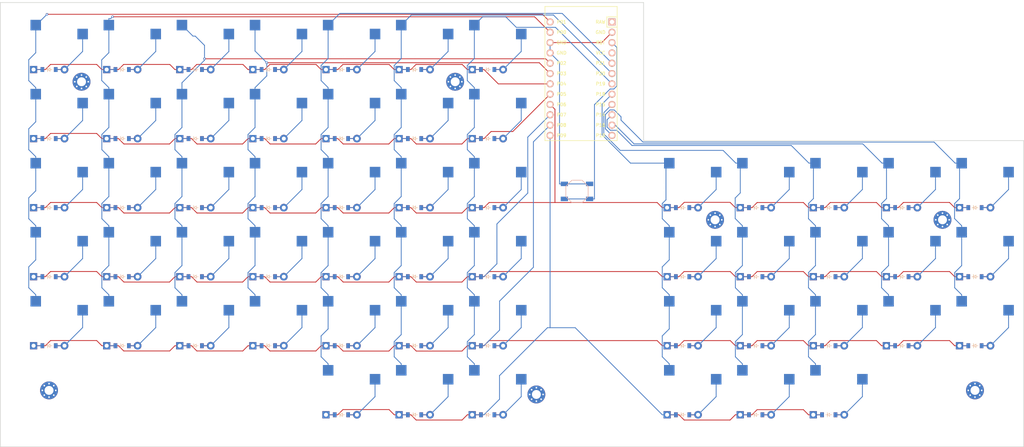
<source format=kicad_pcb>
(kicad_pcb (version 20240108) (generator "pcbnew") (generator_version "8.0")
  (title_block (title "unisplitchoc") (date "2024-06-15") (rev "v1.0.0") (company "Unknown"))
  (layers (0 "F.Cu" signal) (31 "B.Cu" signal) (34 "B.Paste" user) (35 "F.Paste" user) (36 "B.SilkS" user "B.Silkscreen") (37 "F.SilkS" user "F.Silkscreen") (38 "B.Mask" user) (39 "F.Mask" user) (44 "Edge.Cuts" user))
  (net 0 "")
  (net 1 "P1")
  (net 2 "lmacro_bottom")
  (net 3 "lmacro_home")
  (net 4 "lmacro_top")
  (net 5 "lmacro_num")
  (net 6 "lmacro_function")
  (net 7 "P0")
  (net 8 "louter_bottom")
  (net 9 "louter_home")
  (net 10 "louter_top")
  (net 11 "louter_num")
  (net 12 "louter_function")
  (net 13 "P2")
  (net 14 "lpinky_bottom")
  (net 15 "lpinky_home")
  (net 16 "lpinky_top")
  (net 17 "lpinky_num")
  (net 18 "lpinky_function")
  (net 19 "P3")
  (net 20 "lring_bottom")
  (net 21 "lring_home")
  (net 22 "lring_top")
  (net 23 "lring_num")
  (net 24 "lring_function")
  (net 25 "P21")
  (net 26 "lmiddle_mod")
  (net 27 "lmiddle_bottom")
  (net 28 "lmiddle_home")
  (net 29 "lmiddle_top")
  (net 30 "lmiddle_num")
  (net 31 "lmiddle_function")
  (net 32 "P20")
  (net 33 "lindex_mod")
  (net 34 "lindex_bottom")
  (net 35 "lindex_home")
  (net 36 "lindex_top")
  (net 37 "lindex_num")
  (net 38 "lindex_function")
  (net 39 "P19")
  (net 40 "linner_mod")
  (net 41 "linner_bottom")
  (net 42 "linner_home")
  (net 43 "linner_top")
  (net 44 "linner_num")
  (net 45 "linner_function")
  (net 46 "P18")
  (net 47 "rinner_mod")
  (net 48 "rinner_bottom")
  (net 49 "rinner_home")
  (net 50 "rinner_top")
  (net 51 "P15")
  (net 52 "rindex_mod")
  (net 53 "rindex_bottom")
  (net 54 "rindex_home")
  (net 55 "rindex_top")
  (net 56 "P14")
  (net 57 "rmiddle_mod")
  (net 58 "rmiddle_bottom")
  (net 59 "rmiddle_home")
  (net 60 "rmiddle_top")
  (net 61 "P16")
  (net 62 "rring_bottom")
  (net 63 "rring_home")
  (net 64 "rring_top")
  (net 65 "P10")
  (net 66 "rpinky_bottom")
  (net 67 "rpinky_home")
  (net 68 "rpinky_top")
  (net 69 "P8")
  (net 70 "P7")
  (net 71 "P6")
  (net 72 "P5")
  (net 73 "P4")
  (net 74 "P9")
  (net 75 "RAW")
  (net 76 "GND")
  (net 77 "RST")
  (net 78 "VCC")
  (footprint "E73:SW_TACT_ALPS_SKQGABE010" (layer "F.Cu") (at 230 150)
    (property "Reference" "B1" (hide yes))
    (property "Value" "" (hide yes))
  )
  (footprint "ComboDiode" (layer "F.Cu") (at 292 154)
    (property "Reference" "D50" (hide yes))
    (property "Value" "" (hide yes))
  )
  (footprint "MountingHole_2.2mm_M2_Pad_Via" (layer "F.Cu") (at 328 199)
    (property "Reference" "_7" (hide yes))
    (property "Value" "")
  )
  (footprint "PG1350" (layer "F.Cu") (at 154 166)
    (property "Reference" "S17" (hide yes))
    (property "Value" "" (hide yes))
  )
  (footprint "ProMicro" (layer "F.Cu") (at 231 122.25 -90)
    (property "Reference" "MCU1" (hide yes))
    (property "Value" "" (hide yes))
  )
  (footprint "ComboDiode" (layer "F.Cu") (at 136 137)
    (property "Reference" "D14" (hide yes))
    (property "Value" "" (hide yes))
  )
  (footprint "ComboDiode" (layer "F.Cu") (at 256 171)
    (property "Reference" "D41" (hide yes))
    (property "Value" "" (hide yes))
  )
  (footprint "ComboDiode" (layer "F.Cu") (at 136 120)
    (property "Reference" "D15" (hide yes))
    (property "Value" "" (hide yes))
  )
  (footprint "PG1350" (layer "F.Cu") (at 292 166)
    (property "Reference" "S49" (hide yes))
    (property "Value" "" (hide yes))
  )
  (footprint "ComboDiode" (layer "F.Cu") (at 154 120)
    (property "Reference" "D20" (hide yes))
    (property "Value" "" (hide yes))
  )
  (footprint "ComboDiode" (layer "F.Cu") (at 274 154)
    (property "Reference" "D46" (hide yes))
    (property "Value" "" (hide yes))
  )
  (footprint "ComboDiode" (layer "F.Cu") (at 208 120)
    (property "Reference" "D38" (hide yes))
    (property "Value" "" (hide yes))
  )
  (footprint "PG1350" (layer "F.Cu") (at 208 149)
    (property "Reference" "S36" (hide yes))
    (property "Value" "" (hide yes))
  )
  (footprint "ComboDiode" (layer "F.Cu") (at 118 171)
    (property "Reference" "D7" (hide yes))
    (property "Value" "" (hide yes))
  )
  (footprint "ComboDiode" (layer "F.Cu") (at 208 154)
    (property "Reference" "D36" (hide yes))
    (property "Value" "" (hide yes))
  )
  (footprint "ComboDiode" (layer "F.Cu") (at 274 188)
    (property "Reference" "D44" (hide yes))
    (property "Value" "" (hide yes))
  )
  (footprint "ComboDiode" (layer "F.Cu") (at 154 171)
    (property "Reference" "D17" (hide yes))
    (property "Value" "" (hide yes))
  )
  (footprint "ComboDiode" (layer "F.Cu") (at 172 171)
    (property "Reference" "D23" (hide yes))
    (property "Value" "" (hide yes))
  )
  (footprint "PG1350" (layer "F.Cu") (at 190 132)
    (property "Reference" "S31" (hide yes))
    (property "Value" "" (hide yes))
  )
  (footprint "MountingHole_2.2mm_M2_Pad_Via" (layer "F.Cu") (at 100 199)
    (property "Reference" "_5" (hide yes))
    (property "Value" "")
  )
  (footprint "ComboDiode" (layer "F.Cu") (at 328 154)
    (property "Reference" "D56" (hide yes))
    (property "Value" "" (hide yes))
  )
  (footprint "PG1350" (layer "F.Cu") (at 172 200)
    (property "Reference" "S21" (hide yes))
    (property "Value" "" (hide yes))
  )
  (footprint "ComboDiode" (layer "F.Cu") (at 172 137)
    (property "Reference" "D25" (hide yes))
    (property "Value" "" (hide yes))
  )
  (footprint "PG1350" (layer "F.Cu") (at 274 149)
    (property "Reference" "S46" (hide yes))
    (property "Value" "" (hide yes))
  )
  (footprint "PG1350" (layer "F.Cu") (at 310 166)
    (property "Reference" "S52" (hide yes))
    (property "Value" "" (hide yes))
  )
  (footprint "ComboDiode" (layer "F.Cu") (at 310 188)
    (property "Reference" "D51" (hide yes))
    (property "Value" "" (hide yes))
  )
  (footprint "PG1350" (layer "F.Cu") (at 310 183)
    (property "Reference" "S51" (hide yes))
    (property "Value" "" (hide yes))
  )
  (footprint "ComboDiode" (layer "F.Cu") (at 100 171)
    (property "Reference" "D2" (hide yes))
    (property "Value" "" (hide yes))
  )
  (footprint "ComboDiode" (layer "F.Cu") (at 118 120)
    (property "Reference" "D10" (hide yes))
    (property "Value" "" (hide yes))
  )
  (footprint "PG1350" (layer "F.Cu") (at 208 183)
    (property "Reference" "S34" (hide yes))
    (property "Value" "" (hide yes))
  )
  (footprint "PG1350" (layer "F.Cu") (at 154 183)
    (property "Reference" "S16" (hide yes))
    (property "Value" "" (hide yes))
  )
  (footprint "PG1350" (layer "F.Cu") (at 274 200)
    (property "Reference" "S43" (hide yes))
    (property "Value" "" (hide yes))
  )
  (footprint "PG1350" (layer "F.Cu") (at 118 132)
    (property "Reference" "S9" (hide yes))
    (property "Value" "" (hide yes))
  )
  (footprint "ComboDiode" (layer "F.Cu") (at 328 171)
    (property "Reference" "D55" (hide yes))
    (property "Value" "" (hide yes))
  )
  (footprint "PG1350" (layer "F.Cu") (at 328 149)
    (property "Reference" "S56" (hide yes))
    (property "Value" "" (hide yes))
  )
  (footprint "ComboDiode" (layer "F.Cu") (at 190 120)
    (property "Reference" "D32" (hide yes))
    (property "Value" "" (hide yes))
  )
  (footprint "PG1350" (layer "F.Cu") (at 208 132)
    (property "Reference" "S37" (hide yes))
    (property "Value" "" (hide yes))
  )
  (footprint "PG1350" (layer "F.Cu") (at 256 149)
    (property "Reference" "S42" (hide yes))
    (property "Value" "" (hide yes))
  )
  (footprint "ComboDiode" (layer "F.Cu") (at 256 188)
    (property "Reference" "D40" (hide yes))
    (property "Value" "" (hide yes))
  )
  (footprint "PG1350" (layer "F.Cu") (at 118 166)
    (property "Reference" "S7" (hide yes))
    (property "Value" "" (hide yes))
  )
  (footprint "ComboDiode" (layer "F.Cu") (at 100 188)
    (property "Reference" "D1" (hide yes))
    (property "Value" "" (hide yes))
  )
  (footprint "PG1350" (layer "F.Cu") (at 208 115)
    (property "Reference" "S38" (hide yes))
    (property "Value" "" (hide yes))
  )
  (footprint "ComboDiode" (layer "F.Cu") (at 208 188)
    (property "Reference" "D34" (hide yes))
    (property "Value" "" (hide yes))
  )
  (footprint "PG1350" (layer "F.Cu") (at 154 132)
    (property "Reference" "S19" (hide yes))
    (property "Value" "" (hide yes))
  )
  (footprint "ComboDiode" (layer "F.Cu") (at 208 171)
    (property "Reference" "D35" (hide yes))
    (property "Value" "" (hide yes))
  )
  (footprint "ComboDiode" (layer "F.Cu") (at 256 154)
    (property "Reference" "D42" (hide yes))
    (property "Value" "" (hide yes))
  )
  (footprint "PG1350" (layer "F.Cu") (at 208 166)
    (property "Reference" "S35" (hide yes))
    (property "Value" "" (hide yes))
  )
  (footprint "PG1350" (layer "F.Cu") (at 256 166)
    (property "Reference" "S41" (hide yes))
    (property "Value" "" (hide yes))
  )
  (footprint "PG1350" (layer "F.Cu") (at 190 115)
    (property "Reference" "S32" (hide yes))
    (property "Value" "" (hide yes))
  )
  (footprint "PG1350" (layer "F.Cu") (at 190 166)
    (property "Reference" "S29" (hide yes))
    (property "Value" "" (hide yes))
  )
  (footprint "PG1350" (layer "F.Cu") (at 328 166)
    (property "Reference" "S55" (hide yes))
    (property "Value" "" (hide yes))
  )
  (footprint "MountingHole_2.2mm_M2_Pad_Via" (layer "F.Cu") (at 320 157)
    (property "Reference" "_4" (hide yes))
    (property "Value" "")
  )
  (footprint "PG1350" (layer "F.Cu") (at 172 115)
    (property "Reference" "S26" (hide yes))
    (property "Value" "" (hide yes))
  )
  (footprint "MountingHole_2.2mm_M2_Pad_Via" (layer "F.Cu") (at 220 200)
    (property "Reference" "_6" (hide yes))
    (property "Value" "")
  )
  (footprint "PG1350" (layer "F.Cu") (at 136 183)
    (property "Reference" "S11" (hide yes))
    (property "Value" "" (hide yes))
  )
  (footprint "PG1350" (layer "F.Cu") (at 310 149)
    (property "Reference" "S53" (hide yes))
    (property "Value" "" (hide yes))
  )
  (footprint "ComboDiode" (layer "F.Cu") (at 256 205)
    (property "Reference" "D39" (hide yes))
    (property "Value" "" (hide yes))
  )
  (footprint "PG1350" (layer "F.Cu") (at 100 115)
    (property "Reference" "S5" (hide yes))
    (property "Value" "" (hide yes))
  )
  (footprint "PG1350" (layer "F.Cu") (at 154 149)
    (property "Reference" "S18" (hide yes))
    (property "Value" "" (hide yes))
  )
  (footprint "PG1350" (layer "F.Cu") (at 190 183)
    (property "Reference" "S28" (hide yes))
    (property "Value" "" (hide yes))
  )
  (footprint "ComboDiode" (layer "F.Cu") (at 208 137)
    (property "Reference" "D37" (hide yes))
    (property "Value" "" (hide yes))
  )
  (footprint "ComboDiode" (layer "F.Cu") (at 118 137)
    (property "Reference" "D9" (hide yes))
    (property "Value" "" (hide yes))
  )
  (footprint "ComboDiode" (layer "F.Cu") (at 310 154)
    (property "Reference" "D53" (hide yes))
    (property "Value" "" (hide yes))
  )
  (footprint "PG1350" (layer "F.Cu") (at 328 183)
    (property "Reference" "S54" (hide yes))
    (property "Value" "" (hide yes))
  )
  (footprint "PG1350" (layer "F.Cu") (at 292 149)
    (property "Reference" "S50" (hide yes))
    (property "Value" "" (hide yes))
  )
  (footprint "PG1350" (layer "F.Cu") (at 256 183)
    (property "Reference" "S40" (hide yes))
    (property "Value" "" (hide yes))
  )
  (footprint "ComboDiode" (layer "F.Cu") (at 274 205)
    (property "Reference" "D43" (hide yes))
    (property "Value" "" (hide yes))
  )
  (footprint "PG1350" (layer "F.Cu") (at 100 149)
    (property "Reference" "S3" (hide yes))
    (property "Value" "" (hide yes))
  )
  (footprint "ComboDiode" (layer "F.Cu") (at 190 188)
    (property "Reference" "D28" (hide yes))
    (property "Value" "" (hide yes))
  )
  (footprint "PG1350" (layer "F.Cu") (at 172 166)
    (property "Reference" "S23" (hide yes))
    (property "Value" "" (hide yes))
  )
  (footprint "ComboDiode" (layer "F.Cu") (at 172 205)
    (property "Reference" "D21" (hide yes))
    (property "Value" "" (hide yes))
  )
  (footprint "PG1350" (layer "F.Cu") (at 100 132)
    (property "Reference" "S4" (hide yes))
    (property "Value" "" (hide yes))
  )
  (footprint "ComboDiode" (layer "F.Cu") (at 100 154)
    (property "Reference" "D3" (hide yes))
    (property "Value" "" (hide yes))
  )
  (footprint "ComboDiode" (layer "F.Cu") (at 190 171)
    (property "Reference" "D29" (hide yes))
    (property "Value" "" (hide yes))
  )
  (footprint "PG1350" (layer "F.Cu") (at 136 115)
    (property "Reference" "S15" (hide yes))
    (property "Value" "" (hide yes))
  )
  (footprint "ComboDiode" (layer "F.Cu") (at 154 137)
    (property "Reference" "D19" (hide yes))
    (property "Value" "" (hide yes))
  )
  (footprint "ComboDiode" (layer "F.Cu") (at 292 188)
    (property "Reference" "D48" (hide yes))
    (property "Value" "" (hide yes))
  )
  (footprint "ComboDiode" (layer "F.Cu") (at 118 188)
    (property "Reference" "D6" (hide yes))
    (property "Value" "" (hide yes))
  )
  (footprint "ComboDiode" (layer "F.Cu") (at 190 154)
    (property "Reference" "D30" (hide yes))
    (property "Value" "" (hide yes))
  )
  (footprint "PG1350" (layer "F.Cu") (at 100 166)
    (property "Reference" "S2" (hide yes))
    (property "Value" "" (hide yes))
  )
  (footprint "PG1350" (layer "F.Cu") (at 274 183)
    (property "Reference" "S44" (hide yes))
    (property "Value" "" (hide yes))
  )
  (footprint "PG1350" (layer "F.Cu") (at 172 183)
    (property "Reference" "S22" (hide yes))
    (property "Value" "" (hide yes))
  )
  (footprint "ComboDiode" (layer "F.Cu") (at 100 120)
    (property "Reference" "D5" (hide yes))
    (property "Value" "" (hide yes))
  )
  (footprint "ComboDiode" (layer "F.Cu") (at 136 171)
    (property "Reference" "D12" (hide yes))
    (property "Value" "" (hide yes))
  )
  (footprint "PG1350" (layer "F.Cu") (at 136 166)
    (property "Reference" "S12" (hide yes))
    (property "Value" "" (hide yes))
  )
  (footprint "ComboDiode" (layer "F.Cu") (at 208 205)
    (property "Reference" "D33" (hide yes))
    (property "Value" "" (hide yes))
  )
  (footprint "PG1350" (layer "F.Cu") (at 136 132)
    (property "Reference" "S14" (hide yes))
    (property "Value" "" (hide yes))
  )
  (footprint "PG1350" (layer "F.Cu") (at 208 200)
    (property "Reference" "S33" (hide yes))
    (property "Value" "" (hide yes))
  )
  (footprint "ComboDiode" (layer "F.Cu") (at 310 171)
    (property "Reference" "D52" (hide yes))
    (property "Value" "" (hide yes))
  )
  (footprint "PG1350" (layer "F.Cu") (at 256 200)
    (property "Reference" "S39" (hide yes))
    (property "Value" "" (hide yes))
  )
  (footprint "PG1350" (layer "F.Cu") (at 172 132)
    (property "Reference" "S25" (hide yes))
    (property "Value" "" (hide yes))
  )
  (footprint "PG1350" (layer "F.Cu") (at 100 183)
    (property "Reference" "S1" (hide yes))
    (property "Value" "" (hide yes))
  )
  (footprint "ComboDiode" (layer "F.Cu") (at 172 120)
    (property "Reference" "D26" (hide yes))
    (property "Value" "" (hide yes))
  )
  (footprint "PG1350" (layer "F.Cu") (at 190 149)
    (property "Reference" "S30" (hide yes))
    (property "Value" "" (hide yes))
  )
  (footprint "ComboDiode" (layer "F.Cu") (at 154 188)
    (property "Reference" "D16" (hide yes))
    (property "Value" "" (hide yes))
  )
  (footprint "PG1350" (layer "F.Cu") (at 118 183)
    (property "Reference" "S6" (hide yes))
    (property "Value" "" (hide yes))
  )
  (footprint "PG1350" (layer "F.Cu") (at 118 115)
    (property "Reference" "S10" (hide yes))
    (property "Value" "" (hide yes))
  )
  (footprint "PG1350" (layer "F.Cu") (at 292 200)
    (property "Reference" "S47" (hide yes))
    (property "Value" "" (hide yes))
  )
  (footprint "ComboDiode" (layer "F.Cu") (at 292 171)
    (property "Reference" "D49" (hide yes))
    (property "Value" "" (hide yes))
  )
  (footprint "ComboDiode" (layer "F.Cu") (at 274 171)
    (property "Reference" "D45" (hide yes))
    (property "Value" "" (hide yes))
  )
  (footprint "ComboDiode" (layer "F.Cu") (at 172 188)
    (property "Reference" "D22" (hide yes))
    (property "Value" "" (hide yes))
  )
  (footprint "ComboDiode" (layer "F.Cu") (at 190 137)
    (property "Reference" "D31" (hide yes))
    (property "Value" "" (hide yes))
  )
  (footprint "PG1350" (layer "F.Cu") (at 154 115)
    (property "Reference" "S20" (hide yes))
    (property "Value" "" (hide yes))
  )
  (footprint "MountingHole_2.2mm_M2_Pad_Via" (layer "F.Cu") (at 108 123)
    (property "Reference" "_1" (hide yes))
    (property "Value" "")
  )
  (footprint "ComboDiode" (layer "F.Cu") (at 292 205)
    (property "Reference" "D47" (hide yes))
    (property "Value" "" (hide yes))
  )
  (footprint "ComboDiode" (layer "F.Cu") (at 118 154)
    (property "Reference" "D8" (hide yes))
    (property "Value" "" (hide yes))
  )
  (footprint "MountingHole_2.2mm_M2_Pad_Via" (layer "F.Cu") (at 264 157)
    (property "Reference" "_3" (hide yes))
    (property "Value" "")
  )
  (footprint "PG1350" (layer "F.Cu") (at 172 149)
    (property "Reference" "S24" (hide yes))
    (property "Value" "" (hide yes))
  )
  (footprint "ComboDiode" (layer "F.Cu") (at 100 137)
    (property "Reference" "D4" (hide yes))
    (property "Value" "" (hide yes))
  )
  (footprint "PG1350" (layer "F.Cu") (at 274 166)
    (property "Reference" "S45" (hide yes))
    (property "Value" "" (hide yes))
  )
  (footprint "PG1350" (layer "F.Cu") (at 136 149)
    (property "Reference" "S13" (hide yes))
    (property "Value" "" (hide yes))
  )
  (footprint "ComboDiode" (layer "F.Cu") (at 328 188)
    (property "Reference" "D54" (hide yes))
    (property "Value" "" (hide yes))
  )
  (footprint "ComboDiode" (layer "F.Cu") (at 136 188)
    (property "Reference" "D11" (hide yes))
    (property "Value" "" (hide yes))
  )
  (footprint "ComboDiode" (layer "F.Cu") (at 136 154)
    (property "Reference" "D13" (hide yes))
    (property "Value" "" (hide yes))
  )
  (footprint "PG1350" (layer "F.Cu") (at 118 149)
    (property "Reference" "S8" (hide yes))
    (property "Value" "" (hide yes))
  )
  (footprint "PG1350" (layer "F.Cu") (at 190 200)
    (property "Reference" "S27" (hide yes))
    (property "Value" "" (hide yes))
  )
  (footprint "MountingHole_2.2mm_M2_Pad_Via" (layer "F.Cu") (at 200 123)
    (property "Reference" "_2" (hide yes))
    (property "Value" "")
  )
  (footprint "ComboDiode" (layer "F.Cu") (at 172 154)
    (property "Reference" "D24" (hide yes))
    (property "Value" "" (hide yes))
  )
  (footprint "PG1350" (layer "F.Cu") (at 292 183)
    (property "Reference" "S48" (hide yes))
    (property "Value" "" (hide yes))
  )
  (footprint "ComboDiode" (layer "F.Cu") (at 190 205)
    (property "Reference" "D27" (hide yes))
    (property "Value" "" (hide yes))
  )
  (footprint "ComboDiode" (layer "F.Cu") (at 154 154)
    (property "Reference" "D18" (hide yes))
    (property "Value" "" (hide yes))
  )
  (gr_line (start 246.4 103.5) (end 246.4 137.5) (stroke (width 0.15)) (layer "Edge.Cuts"))
  (gr_line (start 246.4 137.5) (end 340 137.5) (stroke (width 0.15)) (layer "Edge.Cuts"))
  (gr_line (start 340 212.9) (end 88 212.9) (stroke (width 0.15)) (layer "Edge.Cuts"))
  (gr_line (start 88 103.5) (end 246.4 103.5) (stroke (width 0.15)) (layer "Edge.Cuts"))
  (gr_line (start 340 137.5) (end 340 212.9) (stroke (width 0.15)) (layer "Edge.Cuts"))
  (gr_line (start 88 212.9) (end 88 103.5) (stroke (width 0.15)) (layer "Edge.Cuts"))
  (segment (start 221.4928 106.3928) (end 99.4991 106.3928) (width 0.2) (layer "F.Cu") (net 1))
  (segment (start 223.38 108.28) (end 221.4928 106.3928) (width 0.2) (layer "F.Cu") (net 1))
  (via (at 99.4991 106.3928) (size 0.6) (drill 0.3) (layers "F.Cu" "B.Cu") (net 1))
  (segment (start 96.725 115.8563) (end 96.725 109.05) (width 0.2) (layer "B.Cu") (net 1))
  (segment (start 96.725 166.8563) (end 94.9993 168.582) (width 0.2) (layer "B.Cu") (net 1))
  (segment (start 94.9993 168.582) (end 94.9993 173.7226) (width 0.2) (layer "B.Cu") (net 1))
  (segment (start 94.9993 151.582) (end 94.9993 156.7226) (width 0.2) (layer "B.Cu") (net 1))
  (segment (start 94.9993 134.582) (end 94.9993 139.7226) (width 0.2) (layer "B.Cu") (net 1))
  (segment (start 94.9993 173.7226) (end 96.725 175.4483) (width 0.2) (layer "B.Cu") (net 1))
  (segment (start 94.9993 156.7226) (end 96.725 158.4483) (width 0.2) (layer "B.Cu") (net 1))
  (segment (start 96.725 160.05) (end 96.725 158.4483) (width 0.2) (layer "B.Cu") (net 1))
  (segment (start 96.725 177.05) (end 96.725 175.4483) (width 0.2) (layer "B.Cu") (net 1))
  (segment (start 96.725 143.05) (end 96.725 149.8563) (width 0.2) (layer "B.Cu") (net 1))
  (segment (start 96.725 132.8563) (end 94.9993 134.582) (width 0.2) (layer "B.Cu") (net 1))
  (segment (start 96.725 160.05) (end 96.725 166.8563) (width 0.2) (layer "B.Cu") (net 1))
  (segment (start 94.9993 122.7226) (end 94.9993 117.582) (width 0.2) (layer "B.Cu") (net 1))
  (segment (start 96.725 126.05) (end 96.725 124.4483) (width 0.2) (layer "B.Cu") (net 1))
  (segment (start 96.8419 109.05) (end 99.4991 106.3928) (width 0.2) (layer "B.Cu") (net 1))
  (segment (start 96.725 143.05) (end 96.725 141.4483) (width 0.2) (layer "B.Cu") (net 1))
  (segment (start 94.9993 139.7226) (end 96.725 141.4483) (width 0.2) (layer "B.Cu") (net 1))
  (segment (start 94.9993 117.582) (end 96.725 115.8563) (width 0.2) (layer "B.Cu") (net 1))
  (segment (start 96.725 109.05) (end 96.8419 109.05) (width 0.2) (layer "B.Cu") (net 1))
  (segment (start 96.725 149.8563) (end 94.9993 151.582) (width 0.2) (layer "B.Cu") (net 1))
  (segment (start 96.725 124.4483) (end 94.9993 122.7226) (width 0.2) (layer "B.Cu") (net 1))
  (segment (start 96.725 126.05) (end 96.725 132.8563) (width 0.2) (layer "B.Cu") (net 1))
  (segment (start 103.81 188) (end 101.65 188) (width 0.2) (layer "F.Cu") (net 2))
  (segment (start 103.81 188) (end 108.275 183.535) (width 0.2) (layer "B.Cu") (net 2))
  (segment (start 101.65 188) (end 102.4017 188) (width 0.2) (layer "B.Cu") (net 2))
  (segment (start 108.275 183.535) (end 108.275 179.25) (width 0.2) (layer "B.Cu") (net 2))
  (segment (start 103.81 188) (end 102.4017 188) (width 0.2) (layer "B.Cu") (net 2))
  (segment (start 103.81 171) (end 101.65 171) (width 0.2) (layer "F.Cu") (net 3))
  (segment (start 103.81 171) (end 102.4017 171) (width 0.2) (layer "B.Cu") (net 3))
  (segment (start 101.65 171) (end 102.4017 171) (width 0.2) (layer "B.Cu") (net 3))
  (segment (start 103.81 171) (end 108.275 166.535) (width 0.2) (layer "B.Cu") (net 3))
  (segment (start 108.275 166.535) (end 108.275 162.25) (width 0.2) (layer "B.Cu") (net 3))
  (segment (start 103.81 154) (end 101.65 154) (width 0.2) (layer "F.Cu") (net 4))
  (segment (start 103.81 154) (end 108.275 149.535) (width 0.2) (layer "B.Cu") (net 4))
  (segment (start 108.275 149.535) (end 108.275 145.25) (width 0.2) (layer "B.Cu") (net 4))
  (segment (start 103.81 154) (end 102.4017 154) (width 0.2) (layer "B.Cu") (net 4))
  (segment (start 101.65 154) (end 102.4017 154) (width 0.2) (layer "B.Cu") (net 4))
  (segment (start 103.81 137) (end 101.65 137) (width 0.2) (layer "F.Cu") (net 5))
  (segment (start 103.81 137) (end 102.4017 137) (width 0.2) (layer "B.Cu") (net 5))
  (segment (start 108.275 132.535) (end 108.275 128.25) (width 0.2) (layer "B.Cu") (net 5))
  (segment (start 101.65 137) (end 102.4017 137) (width 0.2) (layer "B.Cu") (net 5))
  (segment (start 103.81 137) (end 108.275 132.535) (width 0.2) (layer "B.Cu") (net 5))
  (segment (start 103.81 120) (end 101.65 120) (width 0.2) (layer "F.Cu") (net 6))
  (segment (start 108.275 111.25) (end 108.275 115.535) (width 0.2) (layer "B.Cu") (net 6))
  (segment (start 103.81 120) (end 102.4017 120) (width 0.2) (layer "B.Cu") (net 6))
  (segment (start 108.275 115.535) (end 103.81 120) (width 0.2) (layer "B.Cu") (net 6))
  (segment (start 101.65 120) (end 102.4017 120) (width 0.2) (layer "B.Cu") (net 6))
  (segment (start 219.5583 106.9983) (end 223.38 110.82) (width 0.2) (layer "F.Cu") (net 7))
  (segment (start 115.6437 106.9983) (end 219.5583 106.9983) (width 0.2) (layer "F.Cu") (net 7))
  (via (at 115.6437 106.9983) (size 0.6) (drill 0.3) (layers "F.Cu" "B.Cu") (net 7))
  (segment (start 114.725 160.05) (end 114.725 158.4483) (width 0.2) (layer "B.Cu") (net 7))
  (segment (start 114.725 160.05) (end 114.725 168.2603) (width 0.2) (layer "B.Cu") (net 7))
  (segment (start 114.725 143.05) (end 114.725 141.4483) (width 0.2) (layer "B.Cu") (net 7))
  (segment (start 115.1937 107.4483) (end 115.6437 106.9983) (width 0.2) (layer "B.Cu") (net 7))
  (segment (start 114.725 177.05) (end 114.725 175.4483) (width 0.2) (layer "B.Cu") (net 7))
  (segment (start 114.725 126.05) (end 114.725 134.2603) (width 0.2) (layer "B.Cu") (net 7))
  (segment (start 112.9993 152.986) (end 112.9993 156.7226) (width 0.2) (layer "B.Cu") (net 7))
  (segment (start 114.725 126.05) (end 114.725 124.4483) (width 0.2) (layer "B.Cu") (net 7))
  (segment (start 114.725 134.2603) (end 112.9993 135.986) (width 0.2) (layer "B.Cu") (net 7))
  (segment (start 112.9993 156.7226) (end 114.725 158.4483) (width 0.2) (layer "B.Cu") (net 7))
  (segment (start 114.725 107.4483) (end 115.1937 107.4483) (width 0.2) (layer "B.Cu") (net 7))
  (segment (start 114.725 143.05) (end 114.725 151.2603) (width 0.2) (layer "B.Cu") (net 7))
  (segment (start 112.9993 135.986) (end 112.9993 139.7226) (width 0.2) (layer "B.Cu") (net 7))
  (segment (start 112.9993 173.7226) (end 114.725 175.4483) (width 0.2) (layer "B.Cu") (net 7))
  (segment (start 112.9993 139.7226) (end 114.725 141.4483) (width 0.2) (layer "B.Cu") (net 7))
  (segment (start 114.725 168.2603) (end 112.9993 169.986) (width 0.2) (layer "B.Cu") (net 7))
  (segment (start 112.9635 117.6178) (end 112.9635 122.6868) (width 0.2) (layer "B.Cu") (net 7))
  (segment (start 114.725 115.8563) (end 112.9635 117.6178) (width 0.2) (layer "B.Cu") (net 7))
  (segment (start 114.725 151.2603) (end 112.9993 152.986) (width 0.2) (layer "B.Cu") (net 7))
  (segment (start 112.9993 169.986) (end 112.9993 173.7226) (width 0.2) (layer "B.Cu") (net 7))
  (segment (start 112.9635 122.6868) (end 114.725 124.4483) (width 0.2) (layer "B.Cu") (net 7))
  (segment (start 114.725 109.05) (end 114.725 115.8563) (width 0.2) (layer "B.Cu") (net 7))
  (segment (start 114.725 109.05) (end 114.725 107.4483) (width 0.2) (layer "B.Cu") (net 7))
  (segment (start 121.81 188) (end 119.65 188) (width 0.2) (layer "F.Cu") (net 8))
  (segment (start 126.275 183.535) (end 126.275 179.25) (width 0.2) (layer "B.Cu") (net 8))
  (segment (start 119.65 188) (end 120.4017 188) (width 0.2) (layer "B.Cu") (net 8))
  (segment (start 121.81 188) (end 126.275 183.535) (width 0.2) (layer "B.Cu") (net 8))
  (segment (start 121.81 188) (end 120.4017 188) (width 0.2) (layer "B.Cu") (net 8))
  (segment (start 121.81 171) (end 119.65 171) (width 0.2) (layer "F.Cu") (net 9))
  (segment (start 121.81 171) (end 120.4017 171) (width 0.2) (layer "B.Cu") (net 9))
  (segment (start 126.275 166.535) (end 126.275 162.25) (width 0.2) (layer "B.Cu") (net 9))
  (segment (start 119.65 171) (end 120.4017 171) (width 0.2) (layer "B.Cu") (net 9))
  (segment (start 121.81 171) (end 126.275 166.535) (width 0.2) (layer "B.Cu") (net 9))
  (segment (start 121.81 154) (end 119.65 154) (width 0.2) (layer "F.Cu") (net 10))
  (segment (start 119.65 154) (end 120.4017 154) (width 0.2) (layer "B.Cu") (net 10))
  (segment (start 121.81 154) (end 120.4017 154) (width 0.2) (layer "B.Cu") (net 10))
  (segment (start 126.275 149.535) (end 126.275 145.25) (width 0.2) (layer "B.Cu") (net 10))
  (segment (start 121.81 154) (end 126.275 149.535) (width 0.2) (layer "B.Cu") (net 10))
  (segment (start 121.81 137) (end 119.65 137) (width 0.2) (layer "F.Cu") (net 11))
  (segment (start 121.81 137) (end 126.275 132.535) (width 0.2) (layer "B.Cu") (net 11))
  (segment (start 126.275 132.535) (end 126.275 128.25) (width 0.2) (layer "B.Cu") (net 11))
  (segment (start 121.81 137) (end 120.4017 137) (width 0.2) (layer "B.Cu") (net 11))
  (segment (start 119.65 137) (end 120.4017 137) (width 0.2) (layer "B.Cu") (net 11))
  (segment (start 121.81 120) (end 119.65 120) (width 0.2) (layer "F.Cu") (net 12))
  (segment (start 121.81 120) (end 120.4017 120) (width 0.2) (layer "B.Cu") (net 12))
  (segment (start 119.65 120) (end 120.4017 120) (width 0.2) (layer "B.Cu") (net 12))
  (segment (start 126.275 115.535) (end 126.275 111.25) (width 0.2) (layer "B.Cu") (net 12))
  (segment (start 121.81 120) (end 126.275 115.535) (width 0.2) (layer "B.Cu") (net 12))
  (segment (start 223.38 118.44) (end 222.2797 117.3397) (width 0.2) (layer "F.Cu") (net 13))
  (segment (start 222.2797 117.3397) (end 138.2816 117.3397) (width 0.2) (layer "F.Cu") (net 13))
  (via (at 138.2816 117.3397) (size 0.6) (drill 0.3) (layers "F.Cu" "B.Cu") (net 13))
  (segment (start 130.9993 152.986) (end 130.9993 156.7226) (width 0.2) (layer "B.Cu") (net 13))
  (segment (start 132.725 109.05) (end 135.4511 111.7761) (width 0.2) (layer "B.Cu") (net 13))
  (segment (start 136.0153 111.7761) (end 138.2816 114.0424) (width 0.2) (layer "B.Cu") (net 13))
  (segment (start 132.725 134.2603) (end 130.9993 135.986) (width 0.2) (layer "B.Cu") (net 13))
  (segment (start 130.9993 156.7226) (end 132.725 158.4483) (width 0.2) (layer "B.Cu") (net 13))
  (segment (start 132.725 143.05) (end 132.725 141.4483) (width 0.2) (layer "B.Cu") (net 13))
  (segment (start 132.725 143.05) (end 132.725 151.2603) (width 0.2) (layer "B.Cu") (net 13))
  (segment (start 138.2816 117.6959) (end 132.725 123.2525) (width 0.2) (layer "B.Cu") (net 13))
  (segment (start 132.725 168.2603) (end 130.9993 169.986) (width 0.2) (layer "B.Cu") (net 13))
  (segment (start 132.725 151.2603) (end 130.9993 152.986) (width 0.2) (layer "B.Cu") (net 13))
  (segment (start 132.725 160.05) (end 132.725 158.4483) (width 0.2) (layer "B.Cu") (net 13))
  (segment (start 138.2816 114.0424) (end 138.2816 117.3397) (width 0.2) (layer "B.Cu") (net 13))
  (segment (start 132.725 160.05) (end 132.725 168.2603) (width 0.2) (layer "B.Cu") (net 13))
  (segment (start 135.4511 111.7761) (end 136.0153 111.7761) (width 0.2) (layer "B.Cu") (net 13))
  (segment (start 132.725 126.05) (end 132.725 134.2603) (width 0.2) (layer "B.Cu") (net 13))
  (segment (start 132.725 123.2525) (end 132.725 126.05) (width 0.2) (layer "B.Cu") (net 13))
  (segment (start 130.9993 135.986) (end 130.9993 139.7226) (width 0.2) (layer "B.Cu") (net 13))
  (segment (start 130.9993 169.986) (end 130.9993 173.7226) (width 0.2) (layer "B.Cu") (net 13))
  (segment (start 132.725 177.05) (end 132.725 175.4483) (width 0.2) (layer "B.Cu") (net 13))
  (segment (start 130.9993 139.7226) (end 132.725 141.4483) (width 0.2) (layer "B.Cu") (net 13))
  (segment (start 130.9993 173.7226) (end 132.725 175.4483) (width 0.2) (layer "B.Cu") (net 13))
  (segment (start 138.2816 117.3397) (end 138.2816 117.6959) (width 0.2) (layer "B.Cu") (net 13))
  (segment (start 139.81 188) (end 137.65 188) (width 0.2) (layer "F.Cu") (net 14))
  (segment (start 137.65 188) (end 138.4017 188) (width 0.2) (layer "B.Cu") (net 14))
  (segment (start 144.275 183.535) (end 144.275 179.25) (width 0.2) (layer "B.Cu") (net 14))
  (segment (start 139.81 188) (end 144.275 183.535) (width 0.2) (layer "B.Cu") (net 14))
  (segment (start 139.81 188) (end 138.4017 188) (width 0.2) (layer "B.Cu") (net 14))
  (segment (start 139.81 171) (end 137.65 171) (width 0.2) (layer "F.Cu") (net 15))
  (segment (start 139.81 171) (end 138.4017 171) (width 0.2) (layer "B.Cu") (net 15))
  (segment (start 144.275 166.535) (end 144.275 162.25) (width 0.2) (layer "B.Cu") (net 15))
  (segment (start 139.81 171) (end 144.275 166.535) (width 0.2) (layer "B.Cu") (net 15))
  (segment (start 137.65 171) (end 138.4017 171) (width 0.2) (layer "B.Cu") (net 15))
  (segment (start 139.81 154) (end 137.65 154) (width 0.2) (layer "F.Cu") (net 16))
  (segment (start 139.81 154) (end 144.275 149.535) (width 0.2) (layer "B.Cu") (net 16))
  (segment (start 137.65 154) (end 138.4017 154) (width 0.2) (layer "B.Cu") (net 16))
  (segment (start 139.81 154) (end 138.4017 154) (width 0.2) (layer "B.Cu") (net 16))
  (segment (start 144.275 149.535) (end 144.275 145.25) (width 0.2) (layer "B.Cu") (net 16))
  (segment (start 139.81 137) (end 137.65 137) (width 0.2) (layer "F.Cu") (net 17))
  (segment (start 144.275 132.535) (end 144.275 128.25) (width 0.2) (layer "B.Cu") (net 17))
  (segment (start 139.81 137) (end 144.275 132.535) (width 0.2) (layer "B.Cu") (net 17))
  (segment (start 137.65 137) (end 138.4017 137) (width 0.2) (layer "B.Cu") (net 17))
  (segment (start 139.81 137) (end 138.4017 137) (width 0.2) (layer "B.Cu") (net 17))
  (segment (start 139.81 120) (end 137.65 120) (width 0.2) (layer "F.Cu") (net 18))
  (segment (start 144.275 115.535) (end 144.275 111.25) (width 0.2) (layer "B.Cu") (net 18))
  (segment (start 139.81 120) (end 144.275 115.535) (width 0.2) (layer "B.Cu") (net 18))
  (segment (start 139.81 120) (end 138.4017 120) (width 0.2) (layer "B.Cu") (net 18))
  (segment (start 137.65 120) (end 138.4017 120) (width 0.2) (layer "B.Cu") (net 18))
  (segment (start 220.7153 118.3153) (end 153.613 118.3153) (width 0.2) (layer "F.Cu") (net 19))
  (segment (start 223.38 120.98) (end 220.7153 118.3153) (width 0.2) (layer "F.Cu") (net 19))
  (via (at 153.613 118.3153) (size 0.6) (drill 0.3) (layers "F.Cu" "B.Cu") (net 19))
  (segment (start 148.9993 135.986) (end 148.9993 139.7226) (width 0.2) (layer "B.Cu") (net 19))
  (segment (start 150.725 115.4273) (end 153.613 118.3153) (width 0.2) (layer "B.Cu") (net 19))
  (segment (start 150.725 151.2603) (end 148.9993 152.986) (width 0.2) (layer "B.Cu") (net 19))
  (segment (start 150.725 134.2603) (end 148.9993 135.986) (width 0.2) (layer "B.Cu") (net 19))
  (segment (start 150.725 126.05) (end 150.725 134.2603) (width 0.2) (layer "B.Cu") (net 19))
  (segment (start 150.725 168.2603) (end 148.9993 169.986) (width 0.2) (layer "B.Cu") (net 19))
  (segment (start 148.9993 156.7226) (end 150.725 158.4483) (width 0.2) (layer "B.Cu") (net 19))
  (segment (start 148.9993 169.986) (end 148.9993 173.7226) (width 0.2) (layer "B.Cu") (net 19))
  (segment (start 150.725 160.05) (end 150.725 168.2603) (width 0.2) (layer "B.Cu") (net 19))
  (segment (start 148.9993 152.986) (end 148.9993 156.7226) (width 0.2) (layer "B.Cu") (net 19))
  (segment (start 148.9993 139.7226) (end 150.725 141.4483) (width 0.2) (layer "B.Cu") (net 19))
  (segment (start 150.725 109.05) (end 150.725 115.4273) (width 0.2) (layer "B.Cu") (net 19))
  (segment (start 153.613 121.5603) (end 153.613 118.3153) (width 0.2) (layer "B.Cu") (net 19))
  (segment (start 150.725 177.05) (end 150.725 175.4483) (width 0.2) (layer "B.Cu") (net 19))
  (segment (start 150.725 160.05) (end 150.725 158.4483) (width 0.2) (layer "B.Cu") (net 19))
  (segment (start 150.725 143.05) (end 150.725 151.2603) (width 0.2) (layer "B.Cu") (net 19))
  (segment (start 150.725 143.05) (end 150.725 141.4483) (width 0.2) (layer "B.Cu") (net 19))
  (segment (start 150.725 126.05) (end 150.725 124.4483) (width 0.2) (layer "B.Cu") (net 19))
  (segment (start 148.9993 173.7226) (end 150.725 175.4483) (width 0.2) (layer "B.Cu") (net 19))
  (segment (start 150.725 124.4483) (end 153.613 121.5603) (width 0.2) (layer "B.Cu") (net 19))
  (segment (start 157.81 188) (end 155.65 188) (width 0.2) (layer "F.Cu") (net 20))
  (segment (start 157.81 188) (end 156.4017 188) (width 0.2) (layer "B.Cu") (net 20))
  (segment (start 162.275 183.535) (end 162.275 179.25) (width 0.2) (layer "B.Cu") (net 20))
  (segment (start 155.65 188) (end 156.4017 188) (width 0.2) (layer "B.Cu") (net 20))
  (segment (start 157.81 188) (end 162.275 183.535) (width 0.2) (layer "B.Cu") (net 20))
  (segment (start 157.81 171) (end 155.65 171) (width 0.2) (layer "F.Cu") (net 21))
  (segment (start 162.275 166.535) (end 162.275 162.25) (width 0.2) (layer "B.Cu") (net 21))
  (segment (start 155.65 171) (end 156.4017 171) (width 0.2) (layer "B.Cu") (net 21))
  (segment (start 157.81 171) (end 162.275 166.535) (width 0.2) (layer "B.Cu") (net 21))
  (segment (start 157.81 171) (end 156.4017 171) (width 0.2) (layer "B.Cu") (net 21))
  (segment (start 157.81 154) (end 155.65 154) (width 0.2) (layer "F.Cu") (net 22))
  (segment (start 157.81 154) (end 162.275 149.535) (width 0.2) (layer "B.Cu") (net 22))
  (segment (start 162.275 149.535) (end 162.275 145.25) (width 0.2) (layer "B.Cu") (net 22))
  (segment (start 155.65 154) (end 156.4017 154) (width 0.2) (layer "B.Cu") (net 22))
  (segment (start 157.81 154) (end 156.4017 154) (width 0.2) (layer "B.Cu") (net 22))
  (segment (start 157.81 137) (end 155.65 137) (width 0.2) (layer "F.Cu") (net 23))
  (segment (start 157.81 137) (end 162.275 132.535) (width 0.2) (layer "B.Cu") (net 23))
  (segment (start 155.65 137) (end 156.4017 137) (width 0.2) (layer "B.Cu") (net 23))
  (segment (start 162.275 132.535) (end 162.275 128.25) (width 0.2) (layer "B.Cu") (net 23))
  (segment (start 157.81 137) (end 156.4017 137) (width 0.2) (layer "B.Cu") (net 23))
  (segment (start 157.81 120) (end 155.65 120) (width 0.2) (layer "F.Cu") (net 24))
  (segment (start 157.81 120) (end 162.275 115.535) (width 0.2) (layer "B.Cu") (net 24))
  (segment (start 155.65 120) (end 156.4017 120) (width 0.2) (layer "B.Cu") (net 24))
  (segment (start 157.81 120) (end 156.4017 120) (width 0.2) (layer "B.Cu") (net 24))
  (segment (start 162.275 115.535) (end 162.275 111.25) (width 0.2) (layer "B.Cu") (net 24))
  (segment (start 166.9993 169.986) (end 166.9993 173.7226) (width 0.2) (layer "B.Cu") (net 25))
  (segment (start 168.725 194.05) (end 168.725 192.4483) (width 0.2) (layer "B.Cu") (net 25))
  (segment (start 168.725 143.05) (end 168.725 151.2603) (width 0.2) (layer "B.Cu") (net 25))
  (segment (start 168.725 160.05) (end 168.725 158.4483) (width 0.2) (layer "B.Cu") (net 25))
  (segment (start 166.9993 139.7226) (end 168.725 141.4483) (width 0.2) (layer "B.Cu") (net 25))
  (segment (start 238.62 118.44) (end 226.3473 106.1673) (width 0.2) (layer "B.Cu") (net 25))
  (segment (start 166.9993 156.7226) (end 168.725 158.4483) (width 0.2) (layer "B.Cu") (net 25))
  (segment (start 226.3473 106.1673) (end 171.6077 106.1673) (width 0.2) (layer "B.Cu") (net 25))
  (segment (start 168.725 126.05) (end 168.725 134.2603) (width 0.2) (layer "B.Cu") (net 25))
  (segment (start 168.725 109.05) (end 168.725 117.2603) (width 0.2) (layer "B.Cu") (net 25))
  (segment (start 168.725 177.05) (end 168.725 183.8563) (width 0.2) (layer "B.Cu") (net 25))
  (segment (start 166.9993 190.7226) (end 168.725 192.4483) (width 0.2) (layer "B.Cu") (net 25))
  (segment (start 166.9993 118.986) (end 166.9993 122.7226) (width 0.2) (layer "B.Cu") (net 25))
  (segment (start 168.725 126.05) (end 168.725 124.4483) (width 0.2) (layer "B.Cu") (net 25))
  (segment (start 171.6077 106.1673) (end 168.725 109.05) (width 0.2) (layer "B.Cu") (net 25))
  (segment (start 166.9993 135.986) (end 166.9993 139.7226) (width 0.2) (layer "B.Cu") (net 25))
  (segment (start 166.9993 173.7226) (end 168.725 175.4483) (width 0.2) (layer "B.Cu") (net 25))
  (segment (start 168.725 151.2603) (end 166.9993 152.986) (width 0.2) (layer "B.Cu") (net 25))
  (segment (start 166.9993 185.582) (end 166.9993 190.7226) (width 0.2) (layer "B.Cu") (net 25))
  (segment (start 168.725 143.05) (end 168.725 141.4483) (width 0.2) (layer "B.Cu") (net 25))
  (segment (start 168.725 183.8563) (end 166.9993 185.582) (width 0.2) (layer "B.Cu") (net 25))
  (segment (start 168.725 117.2603) (end 166.9993 118.986) (width 0.2) (layer "B.Cu") (net 25))
  (segment (start 168.725 134.2603) (end 166.9993 135.986) (width 0.2) (layer "B.Cu") (net 25))
  (segment (start 166.9993 122.7226) (end 168.725 124.4483) (width 0.2) (layer "B.Cu") (net 25))
  (segment (start 166.9993 152.986) (end 166.9993 156.7226) (width 0.2) (layer "B.Cu") (net 25))
  (segment (start 168.725 177.05) (end 168.725 175.4483) (width 0.2) (layer "B.Cu") (net 25))
  (segment (start 168.725 160.05) (end 168.725 168.2603) (width 0.2) (layer "B.Cu") (net 25))
  (segment (start 168.725 168.2603) (end 166.9993 169.986) (width 0.2) (layer "B.Cu") (net 25))
  (segment (start 175.81 205) (end 173.65 205) (width 0.2) (layer "F.Cu") (net 26))
  (segment (start 175.81 205) (end 174.4017 205) (width 0.2) (layer "B.Cu") (net 26))
  (segment (start 173.65 205) (end 174.4017 205) (width 0.2) (layer "B.Cu") (net 26))
  (segment (start 180.275 200.535) (end 180.275 196.25) (width 0.2) (layer "B.Cu") (net 26))
  (segment (start 175.81 205) (end 180.275 200.535) (width 0.2) (layer "B.Cu") (net 26))
  (segment (start 175.81 188) (end 173.65 188) (width 0.2) (layer "F.Cu") (net 27))
  (segment (start 175.81 188) (end 180.275 183.535) (width 0.2) (layer "B.Cu") (net 27))
  (segment (start 173.65 188) (end 174.4017 188) (width 0.2) (layer "B.Cu") (net 27))
  (segment (start 180.275 183.535) (end 180.275 179.25) (width 0.2) (layer "B.Cu") (net 27))
  (segment (start 175.81 188) (end 174.4017 188) (width 0.2) (layer "B.Cu") (net 27))
  (segment (start 175.81 171) (end 173.65 171) (width 0.2) (layer "F.Cu") (net 28))
  (segment (start 175.81 171) (end 180.275 166.535) (width 0.2) (layer "B.Cu") (net 28))
  (segment (start 173.65 171) (end 174.4017 171) (width 0.2) (layer "B.Cu") (net 28))
  (segment (start 180.275 166.535) (end 180.275 162.25) (width 0.2) (layer "B.Cu") (net 28))
  (segment (start 175.81 171) (end 174.4017 171) (width 0.2) (layer "B.Cu") (net 28))
  (segment (start 175.81 154) (end 173.65 154) (width 0.2) (layer "F.Cu") (net 29))
  (segment (start 175.81 154) (end 174.4017 154) (width 0.2) (layer "B.Cu") (net 29))
  (segment (start 173.65 154) (end 174.4017 154) (width 0.2) (layer "B.Cu") (net 29))
  (segment (start 175.81 154) (end 180.275 149.535) (width 0.2) (layer "B.Cu") (net 29))
  (segment (start 180.275 149.535) (end 180.275 145.25) (width 0.2) (layer "B.Cu") (net 29))
  (segment (start 175.81 137) (end 173.65 137) (width 0.2) (layer "F.Cu") (net 30))
  (segment (start 180.275 132.535) (end 180.275 128.25) (width 0.2) (layer "B.Cu") (net 30))
  (segment (start 175.81 137) (end 180.275 132.535) (width 0.2) (layer "B.Cu") (net 30))
  (segment (start 175.81 137) (end 174.4017 137) (width 0.2) (layer "B.Cu") (net 30))
  (segment (start 173.65 137) (end 174.4017 137) (width 0.2) (layer "B.Cu") (net 30))
  (segment (start 175.81 120) (end 173.65 120) (width 0.2) (layer "F.Cu") (net 31))
  (segment (start 175.81 120) (end 174.4017 120) (width 0.2) (layer "B.Cu") (net 31))
  (segment (start 173.65 120) (end 174.4017 120) (width 0.2) (layer "B.Cu") (net 31))
  (segment (start 180.275 115.535) (end 180.275 111.25) (width 0.2) (layer "B.Cu") (net 31))
  (segment (start 175.81 120) (end 180.275 115.535) (width 0.2) (layer "B.Cu") (net 31))
  (segment (start 189.1997 106.5753) (end 186.725 109.05) (width 0.2) (layer "B.Cu") (net 32))
  (segment (start 186.725 143.05) (end 186.725 151.2603) (width 0.2) (layer "B.Cu") (net 32))
  (segment (start 184.9993 139.7226) (end 186.725 141.4483) (width 0.2) (layer "B.Cu") (net 32))
  (segment (start 186.725 160.05) (end 186.725 158.4483) (width 0.2) (layer "B.Cu") (net 32))
  (segment (start 184.9993 173.7226) (end 186.725 175.4483) (width 0.2) (layer "B.Cu") (net 32))
  (segment (start 186.725 109.05) (end 186.725 117.2603) (width 0.2) (layer "B.Cu") (net 32))
  (segment (start 186.725 126.05) (end 186.725 124.4483) (width 0.2) (layer "B.Cu") (net 32))
  (segment (start 184.9993 190.7226) (end 186.725 192.4483) (width 0.2) (layer "B.Cu") (net 32))
  (segment (start 186.725 143.05) (end 186.725 141.4483) (width 0.2) (layer "B.Cu") (net 32))
  (segment (start 186.725 160.05) (end 186.725 168.2603) (width 0.2) (layer "B.Cu") (net 32))
  (segment (start 186.725 177.05) (end 186.725 185.2603) (width 0.2) (layer "B.Cu") (net 32))
  (segment (start 184.9993 186.986) (end 184.9993 190.7226) (width 0.2) (layer "B.Cu") (net 32))
  (segment (start 184.9993 122.7226) (end 186.725 124.4483) (width 0.2) (layer "B.Cu") (net 32))
  (segment (start 186.725 151.2603) (end 184.9993 152.986) (width 0.2) (layer "B.Cu") (net 32))
  (segment (start 186.725 177.05) (end 186.725 175.4483) (width 0.2) (layer "B.Cu") (net 32))
  (segment (start 186.725 126.05) (end 186.725 134.2603) (width 0.2) (layer "B.Cu") (net 32))
  (segment (start 186.725 117.2603) (end 184.9993 118.986) (width 0.2) (layer "B.Cu") (net 32))
  (segment (start 184.9993 135.986) (end 184.9993 139.7226) (width 0.2) (layer "B.Cu") (net 32))
  (segment (start 184.9993 152.986) (end 184.9993 156.7226) (width 0.2) (layer "B.Cu") (net 32))
  (segment (start 184.9993 156.7226) (end 186.725 158.4483) (width 0.2) (layer "B.Cu") (net 32))
  (segment (start 186.725 168.2603) (end 184.9993 169.986) (width 0.2) (layer "B.Cu") (net 32))
  (segment (start 184.9993 169.986) (end 184.9993 173.7226) (width 0.2) (layer "B.Cu") (net 32))
  (segment (start 186.725 134.2603) (end 184.9993 135.986) (width 0.2) (layer "B.Cu") (net 32))
  (segment (start 186.725 194.05) (end 186.725 192.4483) (width 0.2) (layer "B.Cu") (net 32))
  (segment (start 184.9993 118.986) (end 184.9993 122.7226) (width 0.2) (layer "B.Cu") (net 32))
  (segment (start 186.725 185.2603) (end 184.9993 186.986) (width 0.2) (layer "B.Cu") (net 32))
  (segment (start 224.2153 106.5753) (end 189.1997 106.5753) (width 0.2) (layer "B.Cu") (net 32))
  (segment (start 238.62 120.98) (end 224.2153 106.5753) (width 0.2) (layer "B.Cu") (net 32))
  (segment (start 193.81 205) (end 191.65 205) (width 0.2) (layer "F.Cu") (net 33))
  (segment (start 193.81 205) (end 198.275 200.535) (width 0.2) (layer "B.Cu") (net 33))
  (segment (start 191.65 205) (end 192.4017 205) (width 0.2) (layer "B.Cu") (net 33))
  (segment (start 198.275 200.535) (end 198.275 196.25) (width 0.2) (layer "B.Cu") (net 33))
  (segment (start 193.81 205) (end 192.4017 205) (width 0.2) (layer "B.Cu") (net 33))
  (segment (start 193.81 188) (end 191.65 188) (width 0.2) (layer "F.Cu") (net 34))
  (segment (start 191.65 188) (end 192.4017 188) (width 0.2) (layer "B.Cu") (net 34))
  (segment (start 193.81 188) (end 192.4017 188) (width 0.2) (layer "B.Cu") (net 34))
  (segment (start 193.81 188) (end 198.275 183.535) (width 0.2) (layer "B.Cu") (net 34))
  (segment (start 198.275 183.535) (end 198.275 179.25) (width 0.2) (layer "B.Cu") (net 34))
  (segment (start 193.81 171) (end 191.65 171) (width 0.2) (layer "F.Cu") (net 35))
  (segment (start 193.81 171) (end 192.4017 171) (width 0.2) (layer "B.Cu") (net 35))
  (segment (start 193.81 171) (end 198.275 166.535) (width 0.2) (layer "B.Cu") (net 35))
  (segment (start 198.275 166.535) (end 198.275 162.25) (width 0.2) (layer "B.Cu") (net 35))
  (segment (start 191.65 171) (end 192.4017 171) (width 0.2) (layer "B.Cu") (net 35))
  (segment (start 193.81 154) (end 191.65 154) (width 0.2) (layer "F.Cu") (net 36))
  (segment (start 193.81 154) (end 198.275 149.535) (width 0.2) (layer "B.Cu") (net 36))
  (segment (start 193.81 154) (end 192.4017 154) (width 0.2) (layer "B.Cu") (net 36))
  (segment (start 191.65 154) (end 192.4017 154) (width 0.2) (layer "B.Cu") (net 36))
  (segment (start 198.275 149.535) (end 198.275 145.25) (width 0.2) (layer "B.Cu") (net 36))
  (segment (start 193.81 137) (end 191.65 137) (width 0.2) (layer "F.Cu") (net 37))
  (segment (start 191.65 137) (end 192.4017 137) (width 0.2) (layer "B.Cu") (net 37))
  (segment (start 198.275 132.535) (end 198.275 128.25) (width 0.2) (layer "B.Cu") (net 37))
  (segment (start 193.81 137) (end 192.4017 137) (width 0.2) (layer "B.Cu") (net 37))
  (segment (start 193.81 137) (end 198.275 132.535) (width 0.2) (layer "B.Cu") (net 37))
  (segment (start 193.81 120) (end 191.65 120) (width 0.2) (layer "F.Cu") (net 38))
  (segment (start 193.81 120) (end 198.275 115.535) (width 0.2) (layer "B.Cu") (net 38))
  (segment (start 198.275 115.535) (end 198.275 111.25) (width 0.2) (layer "B.Cu") (net 38))
  (segment (start 191.65 120) (end 192.4017 120) (width 0.2) (layer "B.Cu") (net 38))
  (segment (start 193.81 120) (end 192.4017 120) (width 0.2) (layer "B.Cu") (net 38))
  (segment (start 204.725 141.4483) (end 202.9993 139.7226) (width 0.2) (layer "B.Cu") (net 39))
  (segment (start 202.9906 122.7139) (end 204.725 124.4483) (width 0.2) (layer "B.Cu") (net 39))
  (segment (start 204.725 142.2491) (end 204.725 143.05) (width 0.2) (layer "B.Cu") (net 39))
  (segment (start 204.725 177.05) (end 204.725 185.2603) (width 0.2) (layer "B.Cu") (net 39))
  (segment (start 202.9993 135.986) (end 204.725 134.2603) (width 0.2) (layer "B.Cu") (net 39))
  (segment (start 202.9993 186.986) (end 202.9993 190.7226) (width 0.2) (layer "B.Cu") (net 39))
  (segment (start 204.725 194.05) (end 204.725 192.4483) (width 0.2) (layer "B.Cu") (net 39))
  (segment (start 212.4407 106.9906) (end 215.0503 109.6002) (width 0.2) (layer "B.Cu") (net 39))
  (segment (start 204.725 151.2603) (end 202.9993 152.986) (width 0.2) (layer "B.Cu") (net 39))
  (segment (start 204.725 109.05) (end 204.725 117.2603) (width 0.2) (layer "B.Cu") (net 39))
  (segment (start 202.9993 156.7226) (end 204.725 158.4483) (width 0.2) (layer "B.Cu") (net 39))
  (segment (start 204.725 177.05) (end 204.725 175.4483) (width 0.2) (layer "B.Cu") (net 39))
  (segment (start 204.725 142.2491) (end 204.725 141.4483) (width 0.2) (layer "B.Cu") (net 39))
  (segment (start 202.9993 173.7226) (end 204.725 175.4483) (width 0.2) (layer "B.Cu") (net 39))
  (segment (start 204.725 143.05) (end 204.725 151.2603) (width 0.2) (layer "B.Cu") (net 39))
  (segment (start 224.7002 109.6002) (end 238.62 123.52) (width 0.2) (layer "B.Cu") (net 39))
  (segment (start 204.725 160.05) (end 204.725 168.2603) (width 0.2) (layer "B.Cu") (net 39))
  (segment (start 202.9993 190.7226) (end 204.725 192.4483) (width 0.2) (layer "B.Cu") (net 39))
  (segment (start 204.725 117.2603) (end 202.9906 118.9947) (width 0.2) (layer "B.Cu") (net 39))
  (segment (start 204.725 109.05) (end 206.7844 106.9906) (width 0.2) (layer "B.Cu") (net 39))
  (segment (start 204.725 185.2603) (end 202.9993 186.986) (width 0.2) (layer "B.Cu") (net 39))
  (segment (start 215.0503 109.6002) (end 224.7002 109.6002) (width 0.2) (layer "B.Cu") (net 39))
  (segment (start 202.9993 139.7226) (end 202.9993 135.986) (width 0.2) (layer "B.Cu") (net 39))
  (segment (start 202.9993 152.986) (end 202.9993 156.7226) (width 0.2) (layer "B.Cu") (net 39))
  (segment (start 202.9993 169.986) (end 202.9993 173.7226) (width 0.2) (layer "B.Cu") (net 39))
  (segment (start 204.725 126.05) (end 204.725 124.4483) (width 0.2) (layer "B.Cu") (net 39))
  (segment (start 204.725 168.2603) (end 202.9993 169.986) (width 0.2) (layer "B.Cu") (net 39))
  (segment (start 206.7844 106.9906) (end 212.4407 106.9906) (width 0.2) (layer "B.Cu") (net 39))
  (segment (start 204.725 134.2603) (end 204.725 126.05) (width 0.2) (layer "B.Cu") (net 39))
  (segment (start 202.9906 118.9947) (end 202.9906 122.7139) (width 0.2) (layer "B.Cu") (net 39))
  (segment (start 204.725 160.05) (end 204.725 158.4483) (width 0.2) (layer "B.Cu") (net 39))
  (segment (start 211.81 205) (end 209.65 205) (width 0.2) (layer "F.Cu") (net 40))
  (segment (start 209.65 205) (end 210.4017 205) (width 0.2) (layer "B.Cu") (net 40))
  (segment (start 216.275 200.535) (end 216.275 196.25) (width 0.2) (layer "B.Cu") (net 40))
  (segment (start 211.81 205) (end 210.4017 205) (width 0.2) (layer "B.Cu") (net 40))
  (segment (start 211.81 205) (end 216.275 200.535) (width 0.2) (layer "B.Cu") (net 40))
  (segment (start 211.81 188) (end 209.65 188) (width 0.2) (layer "F.Cu") (net 41))
  (segment (start 211.81 188) (end 216.275 183.535) (width 0.2) (layer "B.Cu") (net 41))
  (segment (start 216.275 183.535) (end 216.275 179.25) (width 0.2) (layer "B.Cu") (net 41))
  (segment (start 209.65 188) (end 210.4017 188) (width 0.2) (layer "B.Cu") (net 41))
  (segment (start 211.81 188) (end 210.4017 188) (width 0.2) (layer "B.Cu") (net 41))
  (segment (start 211.81 171) (end 209.65 171) (width 0.2) (layer "F.Cu") (net 42))
  (segment (start 209.65 171) (end 210.4017 171) (width 0.2) (layer "B.Cu") (net 42))
  (segment (start 216.275 166.535) (end 216.275 162.25) (width 0.2) (layer "B.Cu") (net 42))
  (segment (start 211.81 171) (end 210.4017 171) (width 0.2) (layer "B.Cu") (net 42))
  (segment (start 211.81 171) (end 216.275 166.535) (width 0.2) (layer "B.Cu") (net 42))
  (segment (start 211.81 154) (end 209.65 154) (width 0.2) (layer "F.Cu") (net 43))
  (segment (start 216.275 149.535) (end 211.81 154) (width 0.2) (layer "B.Cu") (net 43))
  (segment (start 211.81 154) (end 210.4017 154) (width 0.2) (layer "B.Cu") (net 43))
  (segment (start 216.275 145.25) (end 216.275 149.535) (width 0.2) (layer "B.Cu") (net 43))
  (segment (start 209.65 154) (end 210.4017 154) (width 0.2) (layer "B.Cu") (net 43))
  (segment (start 211.81 137) (end 209.65 137) (width 0.2) (layer "F.Cu") (net 44))
  (segment (start 211.81 137) (end 210.4017 137) (width 0.2) (layer "B.Cu") (net 44))
  (segment (start 216.275 132.535) (end 216.275 128.25) (width 0.2) (layer "B.Cu") (net 44))
  (segment (start 211.81 137) (end 216.275 132.535) (width 0.2) (layer "B.Cu") (net 44))
  (segment (start 209.65 137) (end 210.4017 137) (width 0.2) (layer "B.Cu") (net 44))
  (segment (start 211.81 120) (end 209.65 120) (width 0.2) (layer "F.Cu") (net 45))
  (segment (start 209.65 120) (end 210.4017 120) (width 0.2) (layer "B.Cu") (net 45))
  (segment (start 211.81 120) (end 210.4017 120) (width 0.2) (layer "B.Cu") (net 45))
  (segment (start 211.81 120) (end 216.275 115.535) (width 0.2) (layer "B.Cu") (net 45))
  (segment (start 216.275 115.535) (end 216.275 111.25) (width 0.2) (layer "B.Cu") (net 45))
  (segment (start 251.9096 152.0757) (end 250.9993 152.986) (width 0.2) (layer "B.Cu") (net 46))
  (segment (start 243.1749 143.05) (end 251.9096 143.05) (width 0.2) (layer "B.Cu") (net 46))
  (segment (start 250.9993 185.582) (end 250.9993 190.7226) (width 0.2) (layer "B.Cu") (net 46))
  (segment (start 250.9993 173.7226) (end 252.725 175.4483) (width 0.2) (layer "B.Cu") (net 46))
  (segment (start 251.9096 143.05) (end 252.725 143.05) (width 0.2) (layer "B.Cu") (net 46))
  (segment (start 250.9993 190.7226) (end 252.725 192.4483) (width 0.2) (layer "B.Cu") (net 46))
  (segment (start 236.1919 128.4881) (end 236.1919 136.067) (width 0.2) (layer "B.Cu") (net 46))
  (segment (start 252.725 160.05) (end 252.725 166.8563) (width 0.2) (layer "B.Cu") (net 46))
  (segment (start 250.9993 152.986) (end 250.9993 156.7226) (width 0.2) (layer "B.Cu") (net 46))
  (segment (start 250.9993 168.582) (end 250.9993 173.7226) (width 0.2) (layer "B.Cu") (net 46))
  (segment (start 252.725 176.2491) (end 252.725 177.05) (width 0.2) (layer "B.Cu") (net 46))
  (segment (start 252.725 176.2491) (end 252.725 175.4483) (width 0.2) (layer "B.Cu") (net 46))
  (segment (start 252.725 160.05) (end 252.725 158.4483) (width 0.2) (layer "B.Cu") (net 46))
  (segment (start 252.725 183.8563) (end 250.9993 185.582) (width 0.2) (layer "B.Cu") (net 46))
  (segment (start 252.725 177.05) (end 252.725 183.8563) (width 0.2) (layer "B.Cu") (net 46))
  (segment (start 236.1919 136.067) (end 243.1749 143.05) (width 0.2) (layer "B.Cu") (net 46))
  (segment (start 252.725 194.05) (end 252.725 192.4483) (width 0.2) (layer "B.Cu") (net 46))
  (segment (start 251.9096 143.05) (end 251.9096 152.0757) (width 0.2) (layer "B.Cu") (net 46))
  (segment (start 252.725 166.8563) (end 250.9993 168.582) (width 0.2) (layer "B.Cu") (net 46))
  (segment (start 250.9993 156.7226) (end 252.725 158.4483) (width 0.2) (layer "B.Cu") (net 46))
  (segment (start 238.62 126.06) (end 236.1919 128.4881) (width 0.2) (layer "B.Cu") (net 46))
  (segment (start 259.81 205) (end 257.65 205) (width 0.2) (layer "F.Cu") (net 47))
  (segment (start 257.65 205) (end 258.4017 205) (width 0.2) (layer "B.Cu") (net 47))
  (segment (start 259.81 205) (end 258.4017 205) (width 0.2) (layer "B.Cu") (net 47))
  (segment (start 259.81 205) (end 264.275 200.535) (width 0.2) (layer "B.Cu") (net 47))
  (segment (start 264.275 200.535) (end 264.275 196.25) (width 0.2) (layer "B.Cu") (net 47))
  (segment (start 259.81 188) (end 257.65 188) (width 0.2) (layer "F.Cu") (net 48))
  (segment (start 259.81 188) (end 264.275 183.535) (width 0.2) (layer "B.Cu") (net 48))
  (segment (start 264.275 183.535) (end 264.275 179.25) (width 0.2) (layer "B.Cu") (net 48))
  (segment (start 259.81 188) (end 258.4017 188) (width 0.2) (layer "B.Cu") (net 48))
  (segment (start 257.65 188) (end 258.4017 188) (width 0.2) (layer "B.Cu") (net 48))
  (segment (start 259.81 171) (end 257.65 171) (width 0.2) (layer "F.Cu") (net 49))
  (segment (start 257.65 171) (end 258.4017 171) (width 0.2) (layer "B.Cu") (net 49))
  (segment (start 259.81 171) (end 258.4017 171) (width 0.2) (layer "B.Cu") (net 49))
  (segment (start 259.81 171) (end 264.275 166.535) (width 0.2) (layer "B.Cu") (net 49))
  (segment (start 264.275 166.535) (end 264.275 162.25) (width 0.2) (layer "B.Cu") (net 49))
  (segment (start 259.81 154) (end 257.65 154) (width 0.2) (layer "F.Cu") (net 50))
  (segment (start 259.81 154) (end 258.4017 154) (width 0.2) (layer "B.Cu") (net 50))
  (segment (start 257.65 154) (end 258.4017 154) (width 0.2) (layer "B.Cu") (net 50))
  (segment (start 264.275 149.535) (end 259.81 154) (width 0.2) (layer "B.Cu") (net 50))
  (segment (start 264.275 145.25) (end 264.275 149.535) (width 0.2) (layer "B.Cu") (net 50))
  (segment (start 270.725 143.05) (end 270.213 143.05) (width 0.2) (layer "B.Cu") (net 51))
  (segment (start 268.9993 186.986) (end 268.9993 190.7226) (width 0.2) (layer "B.Cu") (net 51))
  (segment (start 270.213 150.3683) (end 268.9635 151.6178) (width 0.2) (layer "B.Cu") (net 51))
  (segment (start 269.1233 143.05) (end 265.9699 139.8966) (width 0.2) (layer "B.Cu") (net 51))
  (segment (start 268.9993 169.986) (end 268.9993 173.7226) (width 0.2) (layer "B.Cu") (net 51))
  (segment (start 268.9993 173.7226) (end 270.725 175.4483) (width 0.2) (layer "B.Cu") (net 51))
  (segment (start 268.9635 151.6178) (end 268.9635 156.6868) (width 0.2) (layer "B.Cu") (net 51))
  (segment (start 270.725 160.05) (end 270.725 168.2603) (width 0.2) (layer "B.Cu") (net 51))
  (segment (start 270.725 160.05) (end 270.725 158.4483) (width 0.2) (layer "B.Cu") (net 51))
  (segment (start 236.5936 135.8617) (end 236.5936 130.6264) (width 0.2) (layer "B.Cu") (net 51))
  (segment (start 270.725 185.2603) (end 268.9993 186.986) (width 0.2) (layer "B.Cu") (net 51))
  (segment (start 270.213 143.05) (end 270.213 150.3683) (width 0.2) (layer "B.Cu") (net 51))
  (segment (start 270.213 143.05) (end 269.1233 143.05) (width 0.2) (layer "B.Cu") (net 51))
  (segment (start 268.9635 156.6868) (end 270.725 158.4483) (width 0.2) (layer "B.Cu") (net 51))
  (segment (start 265.9699 139.8966) (end 240.6285 139.8966) (width 0.2) (layer "B.Cu") (net 51))
  (segment (start 270.725 168.2603) (end 268.9993 169.986) (width 0.2) (layer "B.Cu") (net 51))
  (segment (start 268.9993 190.7226) (end 270.725 192.4483) (width 0.2) (layer "B.Cu") (net 51))
  (segment (start 240.6285 139.8966) (end 236.5936 135.8617) (width 0.2) (layer "B.Cu") (net 51))
  (segment (start 236.5936 130.6264) (end 238.62 128.6) (width 0.2) (layer "B.Cu") (net 51))
  (segment (start 270.725 177.05) (end 270.725 175.4483) (width 0.2) (layer "B.Cu") (net 51))
  (segment (start 270.725 194.05) (end 270.725 192.4483) (width 0.2) (layer "B.Cu") (net 51))
  (segment (start 270.725 177.05) (end 270.725 185.2603) (width 0.2) (layer "B.Cu") (net 51))
  (segment (start 277.81 205) (end 275.65 205) (width 0.2) (layer "F.Cu") (net 52))
  (segment (start 277.81 205) (end 282.275 200.535) (width 0.2) (layer "B.Cu") (net 52))
  (segment (start 282.275 200.535) (end 282.275 196.25) (width 0.2) (layer "B.Cu") (net 52))
  (segment (start 277.81 205) (end 276.4017 205) (width 0.2) (layer "B.Cu") (net 52))
  (segment (start 275.65 205) (end 276.4017 205) (width 0.2) (layer "B.Cu") (net 52))
  (segment (start 277.81 188) (end 275.65 188) (width 0.2) (layer "F.Cu") (net 53))
  (segment (start 275.65 188) (end 276.4017 188) (width 0.2) (layer "B.Cu") (net 53))
  (segment (start 282.275 183.535) (end 282.275 179.25) (width 0.2) (layer "B.Cu") (net 53))
  (segment (start 277.81 188) (end 282.275 183.535) (width 0.2) (layer "B.Cu") (net 53))
  (segment (start 277.81 188) (end 276.4017 188) (width 0.2) (layer "B.Cu") (net 53))
  (segment (start 277.81 171) (end 275.65 171) (width 0.2) (layer "F.Cu") (net 54))
  (segment (start 277.81 171) (end 282.275 166.535) (width 0.2) (layer "B.Cu") (net 54))
  (segment (start 277.81 171) (end 276.4017 171) (width 0.2) (layer "B.Cu") (net 54))
  (segment (start 282.275 166.535) (end 282.275 162.25) (width 0.2) (layer "B.Cu") (net 54))
  (segment (start 275.65 171) (end 276.4017 171) (width 0.2) (layer "B.Cu") (net 54))
  (segment (start 277.81 154) (end 275.65 154) (width 0.2) (layer "F.Cu") (net 55))
  (segment (start 275.65 154) (end 276.4017 154) (width 0.2) (layer "B.Cu") (net 55))
  (segment (start 277.81 154) (end 276.4017 154) (width 0.2) (layer "B.Cu") (net 55))
  (segment (start 277.81 154) (end 282.275 149.535) (width 0.2) (layer "B.Cu") (net 55))
  (segment (start 282.275 149.535) (end 282.275 145.25) (width 0.2) (layer "B.Cu") (net 55))
  (segment (start 288.213 143.05) (end 288.213 151.7723) (width 0.2) (layer "B.Cu") (net 56))
  (segment (start 288.213 143.05) (end 287.1233 143.05) (width 0.2) (layer "B.Cu") (net 56))
  (segment (start 288.725 143.05) (end 288.213 143.05) (width 0.2) (layer "B.Cu") (net 56))
  (segment (start 238.2166 134.95) (end 237.4177 134.1511) (width 0.2) (layer "B.Cu") (net 56))
  (segment (start 288.725 177.05) (end 288.725 185.2603) (width 0.2) (layer "B.Cu") (net 56))
  (segment (start 237.4177 134.1511) (end 237.4177 132.3423) (width 0.2) (layer "B.Cu") (net 56))
  (segment (start 288.725 177.05) (end 288.725 175.4483) (width 0.2) (layer "B.Cu") (net 56))
  (segment (start 237.4177 132.3423) (end 238.62 131.14) (width 0.2) (layer "B.Cu") (net 56))
  (segment (start 286.9993 152.986) (end 286.9993 156.7226) (width 0.2) (layer "B.Cu") (net 56))
  (segment (start 288.213 151.7723) (end 286.9993 152.986) (width 0.2) (layer "B.Cu") (net 56))
  (segment (start 288.725 194.05) (end 288.725 192.4483) (width 0.2) (layer "B.Cu") (net 56))
  (segment (start 282.7677 138.6944) (end 243.5409 138.6944) (width 0.2) (layer "B.Cu") (net 56))
  (segment (start 288.725 160.05) (end 288.725 168.2603) (width 0.2) (layer "B.Cu") (net 56))
  (segment (start 286.9993 173.7226) (end 288.725 175.4483) (width 0.2) (layer "B.Cu") (net 56))
  (segment (start 287.1233 143.05) (end 282.7677 138.6944) (width 0.2) (layer "B.Cu") (net 56))
  (segment (start 286.9993 186.986) (end 286.9993 190.7226) (width 0.2) (layer "B.Cu") (net 56))
  (segment (start 286.9993 156.7226) (end 288.725 158.4483) (width 0.2) (layer "B.Cu") (net 56))
  (segment (start 243.5409 138.6944) (end 239.7965 134.95) (width 0.2) (layer "B.Cu") (net 56))
  (segment (start 286.9993 190.7226) (end 288.725 192.4483) (width 0.2) (layer "B.Cu") (net 56))
  (segment (start 288.725 168.2603) (end 286.9993 169.986) (width 0.2) (layer "B.Cu") (net 56))
  (segment (start 286.9993 169.986) (end 286.9993 173.7226) (width 0.2) (layer "B.Cu") (net 56))
  (segment (start 288.725 185.2603) (end 286.9993 186.986) (width 0.2) (layer "B.Cu") (net 56))
  (segment (start 288.725 160.05) (end 288.725 158.4483) (width 0.2) (layer "B.Cu") (net 56))
  (segment (start 239.7965 134.95) (end 238.2166 134.95) (width 0.2) (layer "B.Cu") (net 56))
  (segment (start 295.81 205) (end 293.65 205) (width 0.2) (layer "F.Cu") (net 57))
  (segment (start 295.81 205) (end 294.4017 205) (width 0.2) (layer "B.Cu") (net 57))
  (segment (start 293.65 205) (end 294.4017 205) (width 0.2) (layer "B.Cu") (net 57))
  (segment (start 300.275 200.535) (end 300.275 196.25) (width 0.2) (layer "B.Cu") (net 57))
  (segment (start 295.81 205) (end 300.275 200.535) (width 0.2) (layer "B.Cu") (net 57))
  (segment (start 295.81 188) (end 293.65 188) (width 0.2) (layer "F.Cu") (net 58))
  (segment (start 300.275 183.535) (end 300.275 179.25) (width 0.2) (layer "B.Cu") (net 58))
  (segment (start 293.65 188) (end 294.4017 188) (width 0.2) (layer "B.Cu") (net 58))
  (segment (start 295.81 188) (end 300.275 183.535) (width 0.2) (layer "B.Cu") (net 58))
  (segment (start 295.81 188) (end 294.4017 188) (width 0.2) (layer "B.Cu") (net 58))
  (segment (start 295.81 171) (end 293.65 171) (width 0.2) (layer "F.Cu") (net 59))
  (segment (start 300.275 166.535) (end 300.275 162.25) (width 0.2) (layer "B.Cu") (net 59))
  (segment (start 295.81 171) (end 300.275 166.535) (width 0.2) (layer "B.Cu") (net 59))
  (segment (start 295.81 171) (end 294.4017 171) (width 0.2) (layer "B.Cu") (net 59))
  (segment (start 293.65 171) (end 294.4017 171) (width 0.2) (layer "B.Cu") (net 59))
  (segment (start 295.81 154) (end 293.65 154) (width 0.2) (layer "F.Cu") (net 60))
  (segment (start 293.65 154) (end 294.4017 154) (width 0.2) (layer "B.Cu") (net 60))
  (segment (start 300.275 149.535) (end 300.275 145.25) (width 0.2) (layer "B.Cu") (net 60))
  (segment (start 295.81 154) (end 294.4017 154) (width 0.2) (layer "B.Cu") (net 60))
  (segment (start 295.81 154) (end 300.275 149.535) (width 0.2) (layer "B.Cu") (net 60))
  (segment (start 238.62 133.68) (end 239.4232 133.68) (width 0.2) (layer "B.Cu") (net 61))
  (segment (start 304.9993 152.986) (end 304.9993 156.7226) (width 0.2) (layer "B.Cu") (net 61))
  (segment (start 239.4232 133.68) (end 244.0359 138.2927) (width 0.2) (layer "B.Cu") (net 61))
  (segment (start 306.725 160.05) (end 306.725 158.4483) (width 0.2) (layer "B.Cu") (net 61))
  (segment (start 304.9993 169.986) (end 304.9993 173.7226) (width 0.2) (layer "B.Cu") (net 61))
  (segment (start 306.725 143.05) (end 306.213 143.05) (width 0.2) (layer "B.Cu") (net 61))
  (segment (start 306.725 160.05) (end 306.725 168.2603) (width 0.2) (layer "B.Cu") (net 61))
  (segment (start 304.9993 156.7226) (end 306.725 158.4483) (width 0.2) (layer "B.Cu") (net 61))
  (segment (start 306.725 168.2603) (end 304.9993 169.986) (width 0.2) (layer "B.Cu") (net 61))
  (segment (start 306.725 177.05) (end 306.725 175.4483) (width 0.2) (layer "B.Cu") (net 61))
  (segment (start 306.213 143.05) (end 306.213 151.7723) (width 0.2) (layer "B.Cu") (net 61))
  (segment (start 306.213 151.7723) (end 304.9993 152.986) (width 0.2) (layer "B.Cu") (net 61))
  (segment (start 306.213 143.05) (end 305.1233 143.05) (width 0.2) (layer "B.Cu") (net 61))
  (segment (start 244.0359 138.2927) (end 300.366 138.2927) (width 0.2) (layer "B.Cu") (net 61))
  (segment (start 300.366 138.2927) (end 305.1233 143.05) (width 0.2) (layer "B.Cu") (net 61))
  (segment (start 304.9993 173.7226) (end 306.725 175.4483) (width 0.2) (layer "B.Cu") (net 61))
  (segment (start 313.81 188) (end 311.65 188) (width 0.2) (layer "F.Cu") (net 62))
  (segment (start 313.81 188) (end 318.275 183.535) (width 0.2) (layer "B.Cu") (net 62))
  (segment (start 318.275 183.535) (end 318.275 179.25) (width 0.2) (layer "B.Cu") (net 62))
  (segment (start 313.81 188) (end 312.4017 188) (width 0.2) (layer "B.Cu") (net 62))
  (segment (start 311.65 188) (end 312.4017 188) (width 0.2) (layer "B.Cu") (net 62))
  (segment (start 313.81 171) (end 311.65 171) (width 0.2) (layer "F.Cu") (net 63))
  (segment (start 313.81 171) (end 318.275 166.535) (width 0.2) (layer "B.Cu") (net 63))
  (segment (start 313.81 171) (end 312.4017 171) (width 0.2) (layer "B.Cu") (net 63))
  (segment (start 318.275 166.535) (end 318.275 162.25) (width 0.2) (layer "B.Cu") (net 63))
  (segment (start 311.65 171) (end 312.4017 171) (width 0.2) (layer "B.Cu") (net 63))
  (segment (start 313.81 154) (end 311.65 154) (width 0.2) (layer "F.Cu") (net 64))
  (segment (start 318.275 149.535) (end 318.275 145.25) (width 0.2) (layer "B.Cu") (net 64))
  (segment (start 313.81 154) (end 318.275 149.535) (width 0.2) (layer "B.Cu") (net 64))
  (segment (start 311.65 154) (end 312.4017 154) (width 0.2) (layer "B.Cu") (net 64))
  (segment (start 313.81 154) (end 312.4017 154) (width 0.2) (layer "B.Cu") (net 64))
  (segment (start 324.725 160.05) (end 324.725 158.4483) (width 0.2) (layer "B.Cu") (net 65))
  (segment (start 246.2453 137.8513) (end 317.9246 137.8513) (width 0.2) (layer "B.Cu") (net 65))
  (segment (start 322.9782 153.0071) (end 322.9782 156.7015) (width 0.2) (layer "B.Cu") (net 65))
  (segment (start 236.9953 134.5953) (end 236.9953 131.083) (width 0.2) (layer "B.Cu") (net 65))
  (segment (start 324.213 151.7723) (end 322.9782 153.0071) (width 0.2) (layer "B.Cu") (net 65))
  (segment (start 322.9993 173.7226) (end 324.725 175.4483) (width 0.2) (layer "B.Cu") (net 65))
  (segment (start 317.9246 137.8513) (end 323.1233 143.05) (width 0.2) (layer "B.Cu") (net 65))
  (segment (start 238.62 136.22) (end 236.9953 134.5953) (width 0.2) (layer "B.Cu") (net 65))
  (segment (start 239.1421 129.9234) (end 240.8474 131.6287) (width 0.2) (layer "B.Cu") (net 65))
  (segment (start 324.725 177.05) (end 324.725 175.4483) (width 0.2) (layer "B.Cu") (net 65))
  (segment (start 240.8474 131.6287) (end 240.8474 132.4534) (width 0.2) (layer "B.Cu") (net 65))
  (segment (start 236.9953 131.083) (end 238.1549 129.9234) (width 0.2) (layer "B.Cu") (net 65))
  (segment (start 324.725 168.2603) (end 322.9993 169.986) (width 0.2) (layer "B.Cu") (net 65))
  (segment (start 324.725 160.05) (end 324.725 168.2603) (width 0.2) (layer "B.Cu") (net 65))
  (segment (start 324.725 143.05) (end 324.213 143.05) (width 0.2) (layer "B.Cu") (net 65))
  (segment (start 324.213 143.05) (end 324.213 151.7723) (width 0.2) (layer "B.Cu") (net 65))
  (segment (start 324.213 143.05) (end 323.1233 143.05) (width 0.2) (layer "B.Cu") (net 65))
  (segment (start 322.9782 156.7015) (end 324.725 158.4483) (width 0.2) (layer "B.Cu") (net 65))
  (segment (start 240.8474 132.4534) (end 246.2453 137.8513) (width 0.2) (layer "B.Cu") (net 65))
  (segment (start 238.1549 129.9234) (end 239.1421 129.9234) (width 0.2) (layer "B.Cu") (net 65))
  (segment (start 322.9993 169.986) (end 322.9993 173.7226) (width 0.2) (layer "B.Cu") (net 65))
  (segment (start 331.81 188) (end 329.65 188) (width 0.2) (layer "F.Cu") (net 66))
  (segment (start 336.275 183.535) (end 336.275 179.25) (width 0.2) (layer "B.Cu") (net 66))
  (segment (start 329.65 188) (end 330.4017 188) (width 0.2) (layer "B.Cu") (net 66))
  (segment (start 331.81 188) (end 336.275 183.535) (width 0.2) (layer "B.Cu") (net 66))
  (segment (start 331.81 188) (end 330.4017 188) (width 0.2) (layer "B.Cu") (net 66))
  (segment (start 331.81 171) (end 329.65 171) (width 0.2) (layer "F.Cu") (net 67))
  (segment (start 336.275 166.535) (end 336.275 162.25) (width 0.2) (layer "B.Cu") (net 67))
  (segment (start 329.65 171) (end 330.4017 171) (width 0.2) (layer "B.Cu") (net 67))
  (segment (start 331.81 171) (end 330.4017 171) (width 0.2) (layer "B.Cu") (net 67))
  (segment (start 331.81 171) (end 336.275 166.535) (width 0.2) (layer "B.Cu") (net 67))
  (segment (start 331.81 154) (end 329.65 154) (width 0.2) (layer "F.Cu") (net 68))
  (segment (start 329.65 154) (end 330.4017 154) (width 0.2) (layer "B.Cu") (net 68))
  (segment (start 331.81 154) (end 336.275 149.535) (width 0.2) (layer "B.Cu") (net 68))
  (segment (start 336.275 149.535) (end 336.275 145.25) (width 0.2) (layer "B.Cu") (net 68))
  (segment (start 331.81 154) (end 330.4017 154) (width 0.2) (layer "B.Cu") (net 68))
  (segment (start 150.19 188) (end 148.9993 188) (width 0.2) (layer "F.Cu") (net 69))
  (segment (start 96.19 188) (end 98.35 188) (width 0.2) (layer "F.Cu") (net 69))
  (segment (start 270.19 188) (end 272.35 188) (width 0.2) (layer "F.Cu") (net 69))
  (segment (start 184.9993 188) (end 183.6755 189.3238) (width 0.2) (layer "F.Cu") (net 69))
  (segment (start 285.743 186.7437) (end 286.9993 188) (width 0.2) (layer "F.Cu") (net 69))
  (segment (start 324.19 188) (end 326.35 188) (width 0.2) (layer "F.Cu") (net 69))
  (segment (start 303.743 186.7437) (end 304.9993 188) (width 0.2) (layer "F.Cu") (net 69))
  (segment (start 132.19 188) (end 130.9993 188) (width 0.2) (layer "F.Cu") (net 69))
  (segment (start 310.358 186.7437) (end 321.743 186.7437) (width 0.2) (layer "F.Cu") (net 69))
  (segment (start 186.19 188) (end 188.35 188) (width 0.2) (layer "F.Cu") (net 69))
  (segment (start 154.3899 189.2882) (end 153.1017 188) (width 0.2) (layer "F.Cu") (net 69))
  (segment (start 321.743 186.7437) (end 322.9993 188) (width 0.2) (layer "F.Cu") (net 69))
  (segment (start 183.6755 189.3238) (end 172.4255 189.3238) (width 0.2) (layer "F.Cu") (net 69))
  (segment (start 166.9993 188) (end 165.7111 189.2882) (width 0.2) (layer "F.Cu") (net 69))
  (segment (start 274.358 186.7437) (end 285.743 186.7437) (width 0.2) (layer "F.Cu") (net 69))
  (segment (start 255.1017 188) (end 256.358 186.7437) (width 0.2) (layer "F.Cu") (net 69))
  (segment (start 130.9993 188) (end 129.7184 189.2809) (width 0.2) (layer "F.Cu") (net 69))
  (segment (start 306.19 188) (end 304.9993 188) (width 0.2) (layer "F.Cu") (net 69))
  (segment (start 134.35 188) (end 132.19 188) (width 0.2) (layer "F.Cu") (net 69))
  (segment (start 170.35 188) (end 171.1017 188) (width 0.2) (layer "F.Cu") (net 69))
  (segment (start 148.9993 188) (end 147.7184 189.2809) (width 0.2) (layer "F.Cu") (net 69))
  (segment (start 252.19 188) (end 250.9993 188) (width 0.2) (layer "F.Cu") (net 69))
  (segment (start 204.19 188) (end 206.35 188) (width 0.2) (layer "F.Cu") (net 69))
  (segment (start 324.19 188) (end 322.9993 188) (width 0.2) (layer "F.Cu") (net 69))
  (segment (start 290.35 188) (end 291.1017 188) (width 0.2) (layer "F.Cu") (net 69))
  (segment (start 112.9993 188) (end 111.7285 186.7292) (width 0.2) (layer "F.Cu") (net 69))
  (segment (start 208.358 186.7437) (end 249.743 186.7437) (width 0.2) (layer "F.Cu") (net 69))
  (segment (start 168.19 188) (end 170.35 188) (width 0.2) (layer "F.Cu") (net 69))
  (segment (start 98.35 188) (end 99.1017 188) (width 0.2) (layer "F.Cu") (net 69))
  (segment (start 202.9993 188) (end 201.6755 189.3238) (width 0.2) (layer "F.Cu") (net 69))
  (segment (start 207.1017 188) (end 208.358 186.7437) (width 0.2) (layer "F.Cu") (net 69))
  (segment (start 165.7111 189.2882) (end 154.3899 189.2882) (width 0.2) (layer "F.Cu") (net 69))
  (segment (start 309.1017 188) (end 310.358 186.7437) (width 0.2) (layer "F.Cu") (net 69))
  (segment (start 291.1017 188) (end 292.358 186.7437) (width 0.2) (layer "F.Cu") (net 69))
  (segment (start 129.7184 189.2809) (end 118.3826 189.2809) (width 0.2) (layer "F.Cu") (net 69))
  (segment (start 190.4255 189.3238) (end 189.1017 188) (width 0.2) (layer "F.Cu") (net 69))
  (segment (start 111.7285 186.7292) (end 100.3725 186.7292) (width 0.2) (layer "F.Cu") (net 69))
  (segment (start 172.4255 189.3238) (end 171.1017 188) (width 0.2) (layer "F.Cu") (net 69))
  (segment (start 114.19 188) (end 112.9993 188) (width 0.2) (layer "F.Cu") (net 69))
  (segment (start 118.3826 189.2809) (end 117.1017 188) (width 0.2) (layer "F.Cu") (net 69))
  (segment (start 249.743 186.7437) (end 250.9993 188) (width 0.2) (layer "F.Cu") (net 69))
  (segment (start 100.3725 186.7292) (end 99.1017 188) (width 0.2) (layer "F.Cu") (net 69))
  (segment (start 204.19 188) (end 202.9993 188) (width 0.2) (layer "F.Cu") (net 69))
  (segment (start 147.7184 189.2809) (end 136.3826 189.2809) (width 0.2) (layer "F.Cu") (net 69))
  (segment (start 188.35 188) (end 189.1017 188) (width 0.2) (layer "F.Cu") (net 69))
  (segment (start 256.358 186.7437) (end 267.743 186.7437) (width 0.2) (layer "F.Cu") (net 69))
  (segment (start 308.35 188) (end 309.1017 188) (width 0.2) (layer "F.Cu") (net 69))
  (segment (start 288.19 188) (end 286.9993 188) (width 0.2) (layer "F.Cu") (net 69))
  (segment (start 134.35 188) (end 135.1017 188) (width 0.2) (layer "F.Cu") (net 69))
  (segment (start 252.19 188) (end 254.35 188) (width 0.2) (layer "F.Cu") (net 69))
  (segment (start 152.35 188) (end 153.1017 188) (width 0.2) (layer "F.Cu") (net 69))
  (segment (start 267.743 186.7437) (end 268.9993 188) (width 0.2) (layer "F.Cu") (net 69))
  (segment (start 186.19 188) (end 184.9993 188) (width 0.2) (layer "F.Cu") (net 69))
  (segment (start 150.19 188) (end 152.35 188) (width 0.2) (layer "F.Cu") (net 69))
  (segment (start 272.35 188) (end 273.1017 188) (width 0.2) (layer "F.Cu") (net 69))
  (segment (start 270.19 188) (end 268.9993 188) (width 0.2) (layer "F.Cu") (net 69))
  (segment (start 201.6755 189.3238) (end 190.4255 189.3238) (width 0.2) (layer "F.Cu") (net 69))
  (segment (start 273.1017 188) (end 274.358 186.7437) (width 0.2) (layer "F.Cu") (net 69))
  (segment (start 168.19 188) (end 166.9993 188) (width 0.2) (layer "F.Cu") (net 69))
  (segment (start 292.358 186.7437) (end 303.743 186.7437) (width 0.2) (layer "F.Cu") (net 69))
  (segment (start 116.35 188) (end 117.1017 188) (width 0.2) (layer "F.Cu") (net 69))
  (segment (start 306.19 188) (end 308.35 188) (width 0.2) (layer "F.Cu") (net 69))
  (segment (start 116.35 188) (end 114.19 188) (width 0.2) (layer "F.Cu") (net 69))
  (segment (start 206.35 188) (end 207.1017 188) (width 0.2) (layer "F.Cu") (net 69))
  (segment (start 288.19 188) (end 290.35 188) (width 0.2) (layer "F.Cu") (net 69))
  (segment (start 136.3826 189.2809) (end 135.1017 188) (width 0.2) (layer "F.Cu") (net 69))
  (segment (start 254.35 188) (end 255.1017 188) (width 0.2) (layer "F.Cu") (net 69))
  (segment (start 98.35 188) (end 96.19 188) (width 0.2) (layer "B.Cu") (net 69))
  (segment (start 254.35 188) (end 252.19 188) (width 0.2) (layer "B.Cu") (net 69))
  (segment (start 210.9483 177.0011) (end 210.9483 184.1534) (width 0.2) (layer "B.Cu") (net 69))
  (segment (start 272.35 188) (end 270.19 188) (width 0.2) (layer "B.Cu") (net 69))
  (segment (start 134.35 188) (end 132.19 188) (width 0.2) (layer "B.Cu") (net 69))
  (segment (start 223.38 133.68) (end 219.2636 137.7964) (width 0.2) (layer "B.Cu") (net 69))
  (segment (start 219.2636 168.6858) (end 210.9483 177.0011) (width 0.2) (layer "B.Cu") (net 69))
  (segment (start 210.9483 184.1534) (end 207.1017 188) (width 0.2) (layer "B.Cu") (net 69))
  (segment (start 326.35 188) (end 324.19 188) (width 0.2) (layer "B.Cu") (net 69))
  (segment (start 219.2636 137.7964) (end 219.2636 168.6858) (width 0.2) (layer "B.Cu") (net 69))
  (segment (start 116.35 188) (end 114.19 188) (width 0.2) (layer "B.Cu") (net 69))
  (segment (start 308.35 188) (end 306.19 188) (width 0.2) (layer "B.Cu") (net 69))
  (segment (start 206.35 188) (end 207.1017 188) (width 0.2) (layer "B.Cu") (net 69))
  (segment (start 206.35 188) (end 204.19 188) (width 0.2) (layer "B.Cu") (net 69))
  (segment (start 170.35 188) (end 168.19 188) (width 0.2) (layer "B.Cu") (net 69))
  (segment (start 188.35 188) (end 186.19 188) (width 0.2) (layer "B.Cu") (net 69))
  (segment (start 152.35 188) (end 150.19 188) (width 0.2) (layer "B.Cu") (net 69))
  (segment (start 290.35 188) (end 288.19 188) (width 0.2) (layer "B.Cu") (net 69))
  (segment (start 290.35 171) (end 291.1017 171) (width 0.2) (layer "F.Cu") (net 70))
  (segment (start 306.19 171) (end 308.35 171) (width 0.2) (layer "F.Cu") (net 70))
  (segment (start 129.6755 172.3238) (end 118.4255 172.3238) (width 0.2) (layer "F.Cu") (net 70))
  (segment (start 168.19 171) (end 166.9993 171) (width 0.2) (layer "F.Cu") (net 70))
  (segment (start 255.1017 171) (end 256.358 169.7437) (width 0.2) (layer "F.Cu") (net 70))
  (segment (start 272.35 171) (end 273.1017 171) (width 0.2) (layer "F.Cu") (net 70))
  (segment (start 183.6755 172.3238) (end 172.4255 172.3238) (width 0.2) (layer "F.Cu") (net 70))
  (segment (start 132.19 171) (end 130.9993 171) (width 0.2) (layer "F.Cu") (net 70))
  (segment (start 172.4255 172.3238) (end 171.1017 171) (width 0.2) (layer "F.Cu") (net 70))
  (segment (start 308.35 171) (end 309.1017 171) (width 0.2) (layer "F.Cu") (net 70))
  (segment (start 201.6755 172.3238) (end 190.4255 172.3238) (width 0.2) (layer "F.Cu") (net 70))
  (segment (start 206.35 171) (end 207.1017 171) (width 0.2) (layer "F.Cu") (net 70))
  (segment (start 273.1017 171) (end 274.358 169.7437) (width 0.2) (layer "F.Cu") (net 70))
  (segment (start 132.19 171) (end 134.35 171) (width 0.2) (layer "F.Cu") (net 70))
  (segment (start 184.9993 171) (end 183.6755 172.3238) (width 0.2) (layer "F.Cu") (net 70))
  (segment (start 254.35 171) (end 255.1017 171) (width 0.2) (layer "F.Cu") (net 70))
  (segment (start 270.19 171) (end 272.35 171) (width 0.2) (layer "F.Cu") (net 70))
  (segment (start 134.35 171) (end 135.1017 171) (width 0.2) (layer "F.Cu") (net 70))
  (segment (start 291.1017 171) (end 292.358 169.7437) (width 0.2) (layer "F.Cu") (net 70))
  (segment (start 118.4255 172.3238) (end 117.1017 171) (width 0.2) (layer "F.Cu") (net 70))
  (segment (start 114.19 171) (end 112.9993 171) (width 0.2) (layer "F.Cu") (net 70))
  (segment (start 165.6755 172.3238) (end 154.4255 172.3238) (width 0.2) (layer "F.Cu") (net 70))
  (segment (start 252.19 171) (end 254.35 171) (width 0.2) (layer "F.Cu") (net 70))
  (segment (start 96.19 171) (end 98.35 171) (width 0.2) (layer "F.Cu") (net 70))
  (segment (start 202.9993 171) (end 201.6755 172.3238) (width 0.2) (layer "F.Cu") (net 70))
  (segment (start 186.19 171) (end 188.35 171) (width 0.2) (layer "F.Cu") (net 70))
  (segment (start 309.1017 171) (end 310.358 169.7437) (width 0.2) (layer "F.Cu") (net 70))
  (segment (start 100.3725 169.7292) (end 99.1017 171) (width 0.2) (layer "F.Cu") (net 70))
  (segment (start 310.358 169.7437) (end 321.743 169.7437) (width 0.2) (layer "F.Cu") (net 70))
  (segment (start 288.19 171) (end 290.35 171) (width 0.2) (layer "F.Cu") (net 70))
  (segment (start 188.35 171) (end 189.1017 171) (width 0.2) (layer "F.Cu") (net 70))
  (segment (start 274.358 169.7437) (end 285.743 169.7437) (width 0.2) (layer "F.Cu") (net 70))
  (segment (start 130.9993 171) (end 129.6755 172.3238) (width 0.2) (layer "F.Cu") (net 70))
  (segment (start 148.9993 171) (end 147.6755 172.3238) (width 0.2) (layer "F.Cu") (net 70))
  (segment (start 321.743 169.7437) (end 322.9993 171) (width 0.2) (layer "F.Cu") (net 70))
  (segment (start 186.19 171) (end 184.9993 171) (width 0.2) (layer "F.Cu") (net 70))
  (segment (start 150.19 171) (end 148.9993 171) (width 0.2) (layer "F.Cu") (net 70))
  (segment (start 270.19 171) (end 268.9993 171) (width 0.2) (layer "F.Cu") (net 70))
  (segment (start 324.19 171) (end 322.9993 171) (width 0.2) (layer "F.Cu") (net 70))
  (segment (start 252.19 171) (end 250.9993 171) (width 0.2) (layer "F.Cu") (net 70))
  (segment (start 324.19 171) (end 326.35 171) (width 0.2) (layer "F.Cu") (net 70))
  (segment (start 168.19 171) (end 170.35 171) (width 0.2) (layer "F.Cu") (net 70))
  (segment (start 306.19 171) (end 304.9993 171) (width 0.2) (layer "F.Cu") (net 70))
  (segment (start 288.19 171) (end 286.9993 171) (width 0.2) (layer "F.Cu") (net 70))
  (segment (start 256.358 169.7437) (end 267.743 169.7437) (width 0.2) (layer "F.Cu") (net 70))
  (segment (start 207.1017 171) (end 208.358 169.7437) (width 0.2) (layer "F.Cu") (net 70))
  (segment (start 147.6755 172.3238) (end 136.4255 172.3238) (width 0.2) (layer "F.Cu") (net 70))
  (segment (start 208.358 169.7437) (end 249.743 169.7437) (width 0.2) (layer "F.Cu") (net 70))
  (segment (start 190.4255 172.3238) (end 189.1017 171) (width 0.2) (layer "F.Cu") (net 70))
  (segment (start 112.9993 171) (end 111.7285 169.7292) (width 0.2) (layer "F.Cu") (net 70))
  (segment (start 150.19 171) (end 152.35 171) (width 0.2) (layer "F.Cu") (net 70))
  (segment (start 136.4255 172.3238) (end 135.1017 171) (width 0.2) (layer "F.Cu") (net 70))
  (segment (start 204.19 171) (end 206.35 171) (width 0.2) (layer "F.Cu") (net 70))
  (segment (start 111.7285 169.7292) (end 100.3725 169.7292) (width 0.2) (layer "F.Cu") (net 70))
  (segment (start 154.4255 172.3238) (end 153.1017 171) (width 0.2) (layer "F.Cu") (net 70))
  (segment (start 249.743 169.7437) (end 250.9993 171) (width 0.2) (layer "F.Cu") (net 70))
  (segment (start 267.743 169.7437) (end 268.9993 171) (width 0.2) (layer "F.Cu") (net 70))
  (segment (start 116.35 171) (end 117.1017 171) (width 0.2) (layer "F.Cu") (net 70))
  (segment (start 285.743 169.7437) (end 286.9993 171) (width 0.2) (layer "F.Cu") (net 70))
  (segment (start 166.9993 171) (end 165.6755 172.3238) (width 0.2) (layer "F.Cu") (net 70))
  (segment (start 152.35 171) (end 153.1017 171) (width 0.2) (layer "F.Cu") (net 70))
  (segment (start 204.19 171) (end 202.9993 171) (width 0.2) (layer "F.Cu") (net 70))
  (segment (start 303.743 169.7437) (end 304.9993 171) (width 0.2) (layer "F.Cu") (net 70))
  (segment (start 292.358 169.7437) (end 303.743 169.7437) (width 0.2) (layer "F.Cu") (net 70))
  (segment (start 98.35 171) (end 99.1017 171) (width 0.2) (layer "F.Cu") (net 70))
  (segment (start 170.35 171) (end 171.1017 171) (width 0.2) (layer "F.Cu") (net 70))
  (segment (start 116.35 171) (end 114.19 171) (width 0.2) (layer "F.Cu") (net 70))
  (segment (start 134.35 171) (end 132.19 171) (width 0.2) (layer "B.Cu") (net 70))
  (segment (start 308.35 171) (end 306.19 171) (width 0.2) (layer "B.Cu") (net 70))
  (segment (start 326.35 171) (end 324.19 171) (width 0.2) (layer "B.Cu") (net 70))
  (segment (start 254.35 171) (end 252.19 171) (width 0.2) (layer "B.Cu") (net 70))
  (segment (start 217.8767 150.4218) (end 217.8767 136.6433) (width 0.2) (layer "B.Cu") (net 70))
  (segment (start 98.35 171) (end 96.19 171) (width 0.2) (layer "B.Cu") (net 70))
  (segment (start 204.19 171) (end 206.35 171) (width 0.2) (layer "B.Cu") (net 70))
  (segment (start 210.2751 167.8266) (end 210.2751 158.0234) (width 0.2) (layer "B.Cu") (net 70))
  (segment (start 170.35 171) (end 168.19 171) (width 0.2) (layer "B.Cu") (net 70))
  (segment (start 188.35 171) (end 186.19 171) (width 0.2) (layer "B.Cu") (net 70))
  (segment (start 290.35 171) (end 288.19 171) (width 0.2) (layer "B.Cu") (net 70))
  (segment (start 207.1017 171) (end 210.2751 167.8266) (width 0.2) (layer "B.Cu") (net 70))
  (segment (start 206.35 171) (end 207.1017 171) (width 0.2) (layer "B.Cu") (net 70))
  (segment (start 152.35 171) (end 150.19 171) (width 0.2) (layer "B.Cu") (net 70))
  (segment (start 210.2751 158.0234) (end 217.8767 150.4218) (width 0.2) (layer "B.Cu") (net 70))
  (segment (start 217.8767 136.6433) (end 223.38 131.14) (width 0.2) (layer "B.Cu") (net 70))
  (segment (start 272.35 171) (end 270.19 171) (width 0.2) (layer "B.Cu") (net 70))
  (segment (start 116.35 171) (end 114.19 171) (width 0.2) (layer "B.Cu") (net 70))
  (segment (start 292.358 152.7437) (end 303.743 152.7437) (width 0.2) (layer "F.Cu") (net 71))
  (segment (start 291.1017 154) (end 292.358 152.7437) (width 0.2) (layer "F.Cu") (net 71))
  (segment (start 190.4255 155.3238) (end 189.1017 154) (width 0.2) (layer "F.Cu") (net 71))
  (segment (start 114.19 154) (end 112.9993 154) (width 0.2) (layer "F.Cu") (net 71))
  (segment (start 303.743 152.7437) (end 304.9993 154) (width 0.2) (layer "F.Cu") (net 71))
  (segment (start 310.3839 152.7178) (end 321.7171 152.7178) (width 0.2) (layer "F.Cu") (net 71))
  (segment (start 321.7171 152.7178) (end 322.9993 154) (width 0.2) (layer "F.Cu") (net 71))
  (segment (start 306.19 154) (end 308.35 154) (width 0.2) (layer "F.Cu") (net 71))
  (segment (start 98.35 154) (end 99.1017 154) (width 0.2) (layer "F.Cu") (net 71))
  (segment (start 186.19 154) (end 184.9993 154) (width 0.2) (layer "F.Cu") (net 71))
  (segment (start 172.4255 155.3238) (end 171.1017 154) (width 0.2) (layer "F.Cu") (net 71))
  (segment (start 256.4092 152.6925) (end 267.6918 152.6925) (width 0.2) (layer "F.Cu") (net 71))
  (segment (start 223.38 128.6) (end 224.5735 129.7935) (width 0.2) (layer "F.Cu") (net 71))
  (segment (start 309.1017 154) (end 310.3839 152.7178) (width 0.2) (layer "F.Cu") (net 71))
  (segment (start 154.4255 155.3238) (end 153.1017 154) (width 0.2) (layer "F.Cu") (net 71))
  (segment (start 111.7285 152.7292) (end 100.3725 152.7292) (width 0.2) (layer "F.Cu") (net 71))
  (segment (start 224.5735 129.7935) (end 224.5735 152.7437) (width 0.2) (layer "F.Cu") (net 71))
  (segment (start 186.19 154) (end 188.35 154) (width 0.2) (layer "F.Cu") (net 71))
  (segment (start 168.19 154) (end 170.35 154) (width 0.2) (layer "F.Cu") (net 71))
  (segment (start 168.19 154) (end 166.9993 154) (width 0.2) (layer "F.Cu") (net 71))
  (segment (start 132.19 154) (end 130.9993 154) (width 0.2) (layer "F.Cu") (net 71))
  (segment (start 188.35 154) (end 189.1017 154) (width 0.2) (layer "F.Cu") (net 71))
  (segment (start 150.19 154) (end 152.35 154) (width 0.2) (layer "F.Cu") (net 71))
  (segment (start 308.35 154) (end 309.1017 154) (width 0.2) (layer "F.Cu") (net 71))
  (segment (start 202.9993 154) (end 201.6755 155.3238) (width 0.2) (layer "F.Cu") (net 71))
  (segment (start 201.6755 155.3238) (end 190.4255 155.3238) (width 0.2) (layer "F.Cu") (net 71))
  (segment (start 132.19 154) (end 134.35 154) (width 0.2) (layer "F.Cu") (net 71))
  (segment (start 136.4255 155.3238) (end 135.1017 154) (width 0.2) (layer "F.Cu") (net 71))
  (segment (start 252.19 154) (end 254.35 154) (width 0.2) (layer "F.Cu") (net 71))
  (segment (start 112.9993 154) (end 111.7285 152.7292) (width 0.2) (layer "F.Cu") (net 71))
  (segment (start 273.1017 154) (end 274.358 152.7437) (width 0.2) (layer "F.Cu") (net 71))
  (segment (start 130.9993 154) (end 129.6755 155.3238) (width 0.2) (layer "F.Cu") (net 71))
  (segment (start 270.19 154) (end 272.35 154) (width 0.2) (layer "F.Cu") (net 71))
  (segment (start 252.19 154) (end 250.9993 154) (width 0.2) (layer "F.Cu") (net 71))
  (segment (start 116.35 154) (end 114.19 154) (width 0.2) (layer "F.Cu") (net 71))
  (segment (start 204.19 154) (end 206.35 154) (width 0.2) (layer "F.Cu") (net 71))
  (segment (start 254.35 154) (end 255.1017 154) (width 0.2) (layer "F.Cu") (net 71))
  (segment (start 166.9993 154) (end 165.6755 155.3238) (width 0.2) (layer "F.Cu") (net 71))
  (segment (start 129.6755 155.3238) (end 118.4255 155.3238) (width 0.2) (layer "F.Cu") (net 71))
  (segment (start 249.743 152.7437) (end 250.9993 154) (width 0.2) (layer "F.Cu") (net 71))
  (segment (start 100.3725 152.7292) (end 99.1017 154) (width 0.2) (layer "F.Cu") (net 71))
  (segment (start 288.19 154) (end 286.9993 154) (width 0.2) (layer "F.Cu") (net 71))
  (segment (start 272.35 154) (end 273.1017 154) (width 0.2) (layer "F.Cu") (net 71))
  (segment (start 116.35 154) (end 117.1017 154) (width 0.2) (layer "F.Cu") (net 71))
  (segment (start 267.6918 152.6925) (end 268.9993 154) (width 0.2) (layer "F.Cu") (net 71))
  (segment (start 224.5735 152.7437) (end 249.743 152.7437) (width 0.2) (layer "F.Cu") (net 71))
  (segment (start 255.1017 154) (end 256.4092 152.6925) (width 0.2) (layer "F.Cu") (net 71))
  (segment (start 206.35 154) (end 207.1017 154) (width 0.2) (layer "F.Cu") (net 71))
  (segment (start 147.6755 155.3238) (end 136.4255 155.3238) (width 0.2) (layer "F.Cu") (net 71))
  (segment (start 204.19 154) (end 202.9993 154) (width 0.2) (layer "F.Cu") (net 71))
  (segment (start 150.19 154) (end 148.9993 154) (width 0.2) (layer "F.Cu") (net 71))
  (segment (start 324.19 154) (end 322.9993 154) (width 0.2) (layer "F.Cu") (net 71))
  (segment (start 288.19 154) (end 290.35 154) (width 0.2) (layer "F.Cu") (net 71))
  (segment (start 134.35 154) (end 135.1017 154) (width 0.2) (layer "F.Cu") (net 71))
  (segment (start 208.358 152.7437) (end 224.5735 152.7437) (width 0.2) (layer "F.Cu") (net 71))
  (segment (start 152.35 154) (end 153.1017 154) (width 0.2) (layer "F.Cu") (net 71))
  (segment (start 306.19 154) (end 304.9993 154) (width 0.2) (layer "F.Cu") (net 71))
  (segment (start 148.9993 154) (end 147.6755 155.3238) (width 0.2) (layer "F.Cu") (net 71))
  (segment (start 118.4255 155.3238) (end 117.1017 154) (width 0.2) (layer "F.Cu") (net 71))
  (segment (start 96.19 154) (end 98.35 154) (width 0.2) (layer "F.Cu") (net 71))
  (segment (start 274.358 152.7437) (end 285.743 152.7437) (width 0.2) (layer "F.Cu") (net 71))
  (segment (start 170.35 154) (end 171.1017 154) (width 0.2) (layer "F.Cu") (net 71))
  (segment (start 285.743 152.7437) (end 286.9993 154) (width 0.2) (layer "F.Cu") (net 71))
  (segment (start 270.19 154) (end 268.9993 154) (width 0.2) (layer "F.Cu") (net 71))
  (segment (start 290.35 154) (end 291.1017 154) (width 0.2) (layer "F.Cu") (net 71))
  (segment (start 326.35 154) (end 324.19 154) (width 0.2) (layer "F.Cu") (net 71))
  (segment (start 165.6755 155.3238) (end 154.4255 155.3238) (width 0.2) (layer "F.Cu") (net 71))
  (segment (start 207.1017 154) (end 208.358 152.7437) (width 0.2) (layer "F.Cu") (net 71))
  (segment (start 183.6755 155.3238) (end 172.4255 155.3238) (width 0.2) (layer "F.Cu") (net 71))
  (segment (start 184.9993 154) (end 183.6755 155.3238) (width 0.2) (layer "F.Cu") (net 71))
  (segment (start 152.35 154) (end 150.19 154) (width 0.2) (layer "B.Cu") (net 71))
  (segment (start 98.35 154) (end 96.19 154) (width 0.2) (layer "B.Cu") (net 71))
  (segment (start 206.35 154) (end 204.19 154) (width 0.2) (layer "B.Cu") (net 71))
  (segment (start 170.35 154) (end 168.19 154) (width 0.2) (layer "B.Cu") (net 71))
  (segment (start 326.35 154) (end 324.19 154) (width 0.2) (layer "B.Cu") (net 71))
  (segment (start 290.35 154) (end 288.19 154) (width 0.2) (layer "B.Cu") (net 71))
  (segment (start 134.35 154) (end 132.19 154) (width 0.2) (layer "B.Cu") (net 71))
  (segment (start 254.35 154) (end 252.19 154) (width 0.2) (layer "B.Cu") (net 71))
  (segment (start 272.35 154) (end 270.19 154) (width 0.2) (layer "B.Cu") (net 71))
  (segment (start 308.35 154) (end 306.19 154) (width 0.2) (layer "B.Cu") (net 71))
  (segment (start 188.35 154) (end 186.19 154) (width 0.2) (layer "B.Cu") (net 71))
  (segment (start 116.35 154) (end 114.19 154) (width 0.2) (layer "B.Cu") (net 71))
  (segment (start 188.35 137) (end 189.1017 137) (width 0.2) (layer "F.Cu") (net 72))
  (segment (start 170.35 137) (end 171.1017 137) (width 0.2) (layer "F.Cu") (net 72))
  (segment (start 154.4255 138.3238) (end 153.1017 137) (width 0.2) (layer "F.Cu") (net 72))
  (segment (start 98.35 137) (end 99.1017 137) (width 0.2) (layer "F.Cu") (net 72))
  (segment (start 223.38 126.06) (end 214.1863 135.2537) (width 0.2) (layer "F.Cu") (net 72))
  (segment (start 132.19 137) (end 130.9993 137) (width 0.2) (layer "F.Cu") (net 72))
  (segment (start 150.19 137) (end 152.35 137) (width 0.2) (layer "F.Cu") (net 72))
  (segment (start 96.19 137) (end 98.35 137) (width 0.2) (layer "F.Cu") (net 72))
  (segment (start 186.19 137) (end 188.35 137) (width 0.2) (layer "F.Cu") (net 72))
  (segment (start 152.35 137) (end 153.1017 137) (width 0.2) (layer "F.Cu") (net 72))
  (segment (start 165.6755 138.3238) (end 154.4255 138.3238) (width 0.2) (layer "F.Cu") (net 72))
  (segment (start 214.1863 135.2537) (end 208.848 135.2537) (width 0.2) (layer "F.Cu") (net 72))
  (segment (start 147.6755 138.3238) (end 136.4255 138.3238) (width 0.2) (layer "F.Cu") (net 72))
  (segment (start 136.4255 138.3238) (end 135.1017 137) (width 0.2) (layer "F.Cu") (net 72))
  (segment (start 148.9993 137) (end 147.6755 138.3238) (width 0.2) (layer "F.Cu") (net 72))
  (segment (start 132.19 137) (end 134.35 137) (width 0.2) (layer "F.Cu") (net 72))
  (segment (start 112.9993 137) (end 111.7285 135.7292) (width 0.2) (layer "F.Cu") (net 72))
  (segment (start 172.4255 138.3238) (end 171.1017 137) (width 0.2) (layer "F.Cu") (net 72))
  (segment (start 129.6755 138.3238) (end 118.4255 138.3238) (width 0.2) (layer "F.Cu") (net 72))
  (segment (start 201.6755 138.3238) (end 190.4255 138.3238) (width 0.2) (layer "F.Cu") (net 72))
  (segment (start 116.35 137) (end 117.1017 137) (width 0.2) (layer "F.Cu") (net 72))
  (segment (start 168.19 137) (end 170.35 137) (width 0.2) (layer "F.Cu") (net 72))
  (segment (start 202.9993 137) (end 201.6755 138.3238) (width 0.2) (layer "F.Cu") (net 72))
  (segment (start 114.19 137) (end 112.9993 137) (width 0.2) (layer "F.Cu") (net 72))
  (segment (start 130.9993 137) (end 129.6755 138.3238) (width 0.2) (layer "F.Cu") (net 72))
  (segment (start 166.9993 137) (end 165.6755 138.3238) (width 0.2) (layer "F.Cu") (net 72))
  (segment (start 208.848 135.2537) (end 207.1017 137) (width 0.2) (layer "F.Cu") (net 72))
  (segment (start 134.35 137) (end 135.1017 137) (width 0.2) (layer "F.Cu") (net 72))
  (segment (start 150.19 137) (end 148.9993 137) (width 0.2) (layer "F.Cu") (net 72))
  (segment (start 168.19 137) (end 166.9993 137) (width 0.2) (layer "F.Cu") (net 72))
  (segment (start 116.35 137) (end 114.19 137) (width 0.2) (layer "F.Cu") (net 72))
  (segment (start 118.4255 138.3238) (end 117.1017 137) (width 0.2) (layer "F.Cu") (net 72))
  (segment (start 186.19 137) (end 184.9993 137) (width 0.2) (layer "F.Cu") (net 72))
  (segment (start 100.3725 135.7292) (end 99.1017 137) (width 0.2) (layer "F.Cu") (net 72))
  (segment (start 183.6755 138.3238) (end 172.4255 138.3238) (width 0.2) (layer "F.Cu") (net 72))
  (segment (start 111.7285 135.7292) (end 100.3725 135.7292) (width 0.2) (layer "F.Cu") (net 72))
  (segment (start 184.9993 137) (end 183.6755 138.3238) (width 0.2) (layer "F.Cu") (net 72))
  (segment (start 206.35 137) (end 207.1017 137) (width 0.2) (layer "F.Cu") (net 72))
  (segment (start 204.19 137) (end 206.35 137) (width 0.2) (layer "F.Cu") (net 72))
  (segment (start 204.19 137) (end 202.9993 137) (width 0.2) (layer "F.Cu") (net 72))
  (segment (start 190.4255 138.3238) (end 189.1017 137) (width 0.2) (layer "F.Cu") (net 72))
  (segment (start 170.35 137) (end 168.19 137) (width 0.2) (layer "B.Cu") (net 72))
  (segment (start 134.35 137) (end 132.19 137) (width 0.2) (layer "B.Cu") (net 72))
  (segment (start 98.35 137) (end 96.19 137) (width 0.2) (layer "B.Cu") (net 72))
  (segment (start 116.35 137) (end 114.19 137) (width 0.2) (layer "B.Cu") (net 72))
  (segment (start 152.35 137) (end 150.19 137) (width 0.2) (layer "B.Cu") (net 72))
  (segment (start 188.35 137) (end 186.19 137) (width 0.2) (layer "B.Cu") (net 72))
  (segment (start 204.19 137) (end 206.35 137) (width 0.2) (layer "B.Cu") (net 72))
  (segment (start 166.9993 120) (end 165.7307 118.7314) (width 0.2) (layer "F.Cu") (net 73))
  (segment (start 150.19 120) (end 148.9993 120) (width 0.2) (layer "F.Cu") (net 73))
  (segment (start 183.7307 118.7314) (end 172.3703 118.7314) (width 0.2) (layer "F.Cu") (net 73))
  (segment (start 134.35 120) (end 135.1017 120) (width 0.2) (layer "F.Cu") (net 73))
  (segment (start 201.7394 118.7401) (end 190.3616 118.7401) (width 0.2) (layer "F.Cu") (net 73))
  (segment (start 100.3725 118.7292) (end 99.1017 120) (width 0.2) (layer "F.Cu") (net 73))
  (segment (start 118.3696 118.7321) (end 117.1017 120) (width 0.2) (layer "F.Cu") (net 73))
  (segment (start 206.35 120) (end 204.19 120) (width 0.2) (layer "F.Cu") (net 73))
  (segment (start 188.35 120) (end 189.1017 120) (width 0.2) (layer "F.Cu") (net 73))
  (segment (start 170.35 120) (end 171.1017 120) (width 0.2) (layer "F.Cu") (net 73))
  (segment (start 223.38 123.52) (end 210.6217 123.52) (width 0.2) (layer "F.Cu") (net 73))
  (segment (start 186.19 120) (end 184.9993 120) (width 0.2) (layer "F.Cu") (net 73))
  (segment (start 116.35 120) (end 117.1017 120) (width 0.2) (layer "F.Cu") (net 73))
  (segment (start 152.35 120) (end 153.1017 120) (width 0.2) (layer "F.Cu") (net 73))
  (segment (start 206.35 120) (end 207.1017 120) (width 0.2) (layer "F.Cu") (net 73))
  (segment (start 165.7307 118.7314) (end 154.3703 118.7314) (width 0.2) (layer "F.Cu") (net 73))
  (segment (start 204.19 120) (end 202.9993 120) (width 0.2) (layer "F.Cu") (net 73))
  (segment (start 152.35 120) (end 150.19 120) (width 0.2) (layer "F.Cu") (net 73))
  (segment (start 98.35 120) (end 99.1017 120) (width 0.2) (layer "F.Cu") (net 73))
  (segment (start 190.3616 118.7401) (end 189.1017 120) (width 0.2) (layer "F.Cu") (net 73))
  (segment (start 116.35 120) (end 114.19 120) (width 0.2) (layer "F.Cu") (net 73))
  (segment (start 168.19 120) (end 166.9993 120) (width 0.2) (layer "F.Cu") (net 73))
  (segment (start 96.19 120) (end 98.35 120) (width 0.2) (layer "F.Cu") (net 73))
  (segment (start 170.35 120) (end 168.19 120) (width 0.2) (layer "F.Cu") (net 73))
  (segment (start 188.35 120) (end 186.19 120) (width 0.2) (layer "F.Cu") (net 73))
  (segment (start 130.9993 120) (end 129.7314 118.7321) (width 0.2) (layer "F.Cu") (net 73))
  (segment (start 184.9993 120) (end 183.7307 118.7314) (width 0.2) (layer "F.Cu") (net 73))
  (segment (start 114.19 120) (end 112.9993 120) (width 0.2) (layer "F.Cu") (net 73))
  (segment (start 112.9993 120) (end 111.7285 118.7292) (width 0.2) (layer "F.Cu") (net 73))
  (segment (start 136.3724 118.7293) (end 135.1017 120) (width 0.2) (layer "F.Cu") (net 73))
  (segment (start 202.9993 120) (end 201.7394 118.7401) (width 0.2) (layer "F.Cu") (net 73))
  (segment (start 154.3703 118.7314) (end 153.1017 120) (width 0.2) (layer "F.Cu") (net 73))
  (segment (start 210.6217 123.52) (end 207.1017 120) (width 0.2) (layer "F.Cu") (net 73))
  (segment (start 132.19 120) (end 134.35 120) (width 0.2) (layer "F.Cu") (net 73))
  (segment (start 129.7314 118.7321) (end 118.3696 118.7321) (width 0.2) (layer "F.Cu") (net 73))
  (segment (start 132.19 120) (end 130.9993 120) (width 0.2) (layer "F.Cu") (net 73))
  (segment (start 172.3703 118.7314) (end 171.1017 120) (width 0.2) (layer "F.Cu") (net 73))
  (segment (start 147.7286 118.7293) (end 136.3724 118.7293) (width 0.2) (layer "F.Cu") (net 73))
  (segment (start 111.7285 118.7292) (end 100.3725 118.7292) (width 0.2) (layer "F.Cu") (net 73))
  (segment (start 148.9993 120) (end 147.7286 118.7293) (width 0.2) (layer "F.Cu") (net 73))
  (segment (start 170.35 120) (end 168.19 120) (width 0.2) (layer "B.Cu") (net 73))
  (segment (start 206.35 120) (end 204.19 120) (width 0.2) (layer "B.Cu") (net 73))
  (segment (start 152.35 120) (end 150.19 120) (width 0.2) (layer "B.Cu") (net 73))
  (segment (start 188.35 120) (end 186.19 120) (width 0.2) (layer "B.Cu") (net 73))
  (segment (start 98.35 120) (end 96.19 120) (width 0.2) (layer "B.Cu") (net 73))
  (segment (start 134.35 120) (end 132.19 120) (width 0.2) (layer "B.Cu") (net 73))
  (segment (start 116.35 120) (end 114.19 120) (width 0.2) (layer "B.Cu") (net 73))
  (segment (start 272.35 205) (end 273.1017 205) (width 0.2) (layer "F.Cu") (net 74))
  (segment (start 190.3994 206.2977) (end 189.1017 205) (width 0.2) (layer "F.Cu") (net 74))
  (segment (start 273.1017 205) (end 274.358 203.7437) (width 0.2) (layer "F.Cu") (net 74))
  (segment (start 290.35 205) (end 288.19 205) (width 0.2) (layer "F.Cu") (net 74))
  (segment (start 267.7016 206.2977) (end 256.3994 206.2977) (width 0.2) (layer "F.Cu") (net 74))
  (segment (start 202.9993 205) (end 201.7016 206.2977) (width 0.2) (layer "F.Cu") (net 74))
  (segment (start 274.358 203.7437) (end 285.743 203.7437) (width 0.2) (layer "F.Cu") (net 74))
  (segment (start 252.19 205) (end 254.35 205) (width 0.2) (layer "F.Cu") (net 74))
  (segment (start 186.19 205) (end 184.9993 205) (width 0.2) (layer "F.Cu") (net 74))
  (segment (start 188.35 205) (end 186.19 205) (width 0.2) (layer "F.Cu") (net 74))
  (segment (start 172.3725 203.7292) (end 171.1017 205) (width 0.2) (layer "F.Cu") (net 74))
  (segment (start 288.19 205) (end 286.9993 205) (width 0.2) (layer "F.Cu") (net 74))
  (segment (start 168.19 205) (end 170.35 205) (width 0.2) (layer "F.Cu") (net 74))
  (segment (start 184.9993 205) (end 183.7285 203.7292) (width 0.2) (layer "F.Cu") (net 74))
  (segment (start 285.743 203.7437) (end 286.9993 205) (width 0.2) (layer "F.Cu") (net 74))
  (segment (start 188.35 205) (end 189.1017 205) (width 0.2) (layer "F.Cu") (net 74))
  (segment (start 268.9993 205) (end 267.7016 206.2977) (width 0.2) (layer "F.Cu") (net 74))
  (segment (start 206.35 205) (end 204.19 205) (width 0.2) (layer "F.Cu") (net 74))
  (segment (start 254.35 205) (end 255.1017 205) (width 0.2) (layer "F.Cu") (net 74))
  (segment (start 204.19 205) (end 202.9993 205) (width 0.2) (layer "F.Cu") (net 74))
  (segment (start 256.3994 206.2977) (end 255.1017 205) (width 0.2) (layer "F.Cu") (net 74))
  (segment (start 270.19 205) (end 272.35 205) (width 0.2) (layer "F.Cu") (net 74))
  (segment (start 270.19 205) (end 268.9993 205) (width 0.2) (layer "F.Cu") (net 74))
  (segment (start 183.7285 203.7292) (end 172.3725 203.7292) (width 0.2) (layer "F.Cu") (net 74))
  (segment (start 170.35 205) (end 171.1017 205) (width 0.2) (layer "F.Cu") (net 74))
  (segment (start 201.7016 206.2977) (end 190.3994 206.2977) (width 0.2) (layer "F.Cu") (net 74))
  (segment (start 206.35 205) (end 207.1017 205) (width 0.2) (layer "B.Cu") (net 74))
  (segment (start 252.19 205) (end 250.9993 205) (width 0.2) (layer "B.Cu") (net 74))
  (segment (start 254.35 205) (end 252.19 205) (width 0.2) (layer "B.Cu") (net 74))
  (segment (start 250.9993 205) (end 229.5624 183.5631) (width 0.2) (layer "B.Cu") (net 74))
  (segment (start 170.35 205) (end 168.19 205) (width 0.2) (layer "B.Cu") (net 74))
  (segment (start 229.5624 183.5631) (end 223.38 183.5631) (width 0.2) (layer "B.Cu") (net 74))
  (segment (start 206.35 205) (end 204.19 205) (width 0.2) (layer "B.Cu") (net 74))
  (segment (start 222.7233 183.5631) (end 210.9243 195.3621) (width 0.2) (layer "B.Cu") (net 74))
  (segment (start 290.35 205) (end 288.19 205) (width 0.2) (layer "B.Cu") (net 74))
  (segment (start 223.38 183.5631) (end 222.7233 183.5631) (width 0.2) (layer "B.Cu") (net 74))
  (segment (start 188.35 205) (end 186.19 205) (width 0.2) (layer "B.Cu") (net 74))
  (segment (start 272.35 205) (end 270.19 205) (width 0.2) (layer "B.Cu") (net 74))
  (segment (start 210.9243 201.1774) (end 207.1017 205) (width 0.2) (layer "B.Cu") (net 74))
  (segment (start 223.38 183.5631) (end 223.38 136.22) (width 0.2) (layer "B.Cu") (net 74))
  (segment (start 210.9243 195.3621) (end 210.9243 201.1774) (width 0.2) (layer "B.Cu") (net 74))
  (segment (start 238.62 110.82) (end 236.08 113.36) (width 0.2) (layer "F.Cu") (net 76))
  (segment (start 236.08 113.36) (end 223.38 113.36) (width 0.2) (layer "F.Cu") (net 76))
  (segment (start 223.38 113.36) (end 223.38 115.9) (width 0.2) (layer "B.Cu") (net 76))
  (segment (start 226.9 148.15) (end 225.6983 148.15) (width 0.2) (layer "B.Cu") (net 76))
  (segment (start 225.6983 118.2183) (end 223.38 115.9) (width 0.2) (layer "B.Cu") (net 76))
  (segment (start 225.6983 148.15) (end 225.6983 118.2183) (width 0.2) (layer "B.Cu") (net 76))
  (segment (start 233.1 148.15) (end 226.9 148.15) (width 0.2) (layer "B.Cu") (net 76))
  (segment (start 239.8138 114.5538) (end 238.62 113.36) (width 0.2) (layer "B.Cu") (net 77))
  (segment (start 233.1 151.85) (end 234.3017 151.85) (width 0.2) (layer "B.Cu") (net 77))
  (segment (start 233.1 151.85) (end 226.9 151.85) (width 0.2) (layer "B.Cu") (net 77))
  (segment (start 239.0787 124.79) (end 239.8138 124.0549) (width 0.2) (layer "B.Cu") (net 77))
  (segment (start 234.3017 151.85) (end 234.3017 128.6441) (width 0.2) (layer "B.Cu") (net 77))
  (segment (start 239.8138 124.0549) (end 239.8138 114.5538) (width 0.2) (layer "B.Cu") (net 77))
  (segment (start 234.3017 128.6441) (end 238.1558 124.79) (width 0.2) (layer "B.Cu") (net 77))
  (segment (start 238.1558 124.79) (end 239.0787 124.79) (width 0.2) (layer "B.Cu") (net 77))
)
</source>
